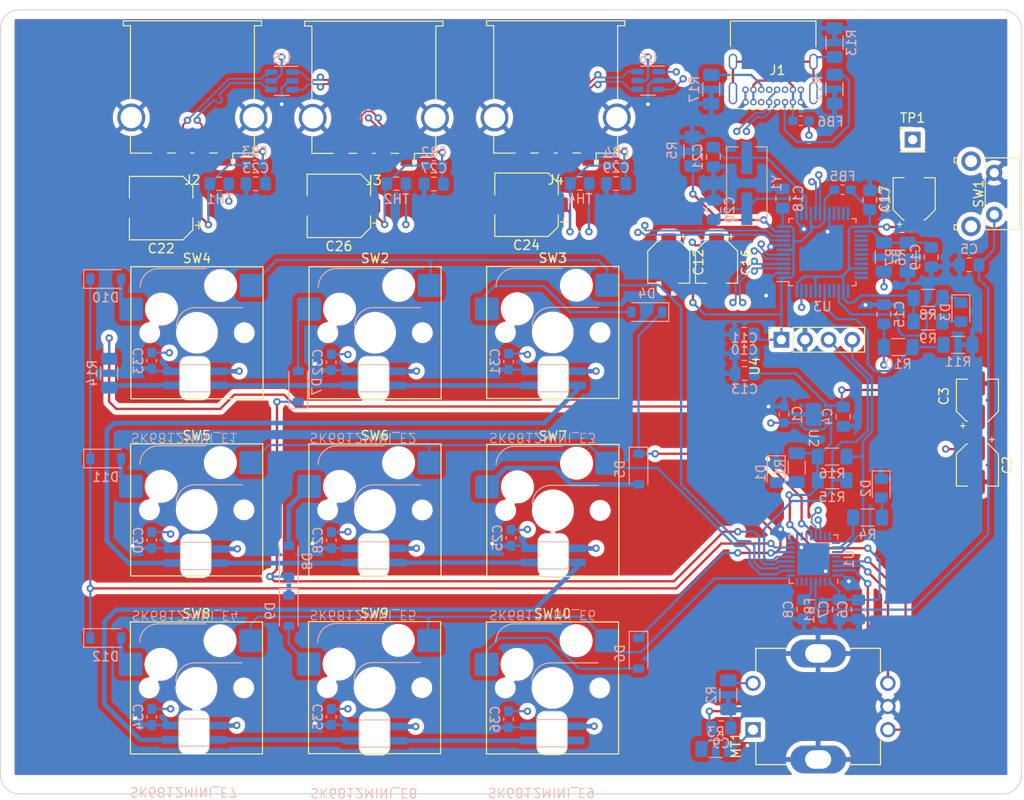
<source format=kicad_pcb>
(kicad_pcb (version 20221018) (generator pcbnew)
  (layers (0 "F.Cu" mixed) (1 "In1.Cu" power "GND") (2 "In2.Cu" power "+5V") (3 "In3.Cu" signal "SIG") (4 "In4.Cu" power "GND") (31 "B.Cu" mixed) (34 "B.Paste" user) (35 "F.Paste" user) (36 "B.SilkS" user "B.Silkscreen") (37 "F.SilkS" user "F.Silkscreen") (38 "B.Mask" user) (39 "F.Mask" user) (44 "Edge.Cuts" user))
  (net 0 "")
  (net 1 "+5V")
  (net 2 "GND")
  (net 3 "+3.3V")
  (net 4 "Net-(U1-NRST)")
  (net 5 "VDDA")
  (net 6 "Net-(U1-PH3)")
  (net 7 "DVDD")
  (net 8 "/USB/RESET")
  (net 9 "/USB/X1")
  (net 10 "/USB/X2")
  (net 11 "Net-(C22-Pad1)")
  (net 12 "Net-(J2-VBUS)")
  (net 13 "Net-(C24-Pad1)")
  (net 14 "Net-(C26-Pad1)")
  (net 15 "Net-(J3-VBUS)")
  (net 16 "Net-(J4-VBUS)")
  (net 17 "Net-(D1-A)")
  (net 18 "Net-(D2-A)")
  (net 19 "/USB/PGANG")
  (net 20 "Net-(D3-A)")
  (net 21 "COL 2")
  (net 22 "Net-(D5-A)")
  (net 23 "Net-(D6-A)")
  (net 24 "COL 1")
  (net 25 "Net-(D7-A)")
  (net 26 "Net-(D8-A)")
  (net 27 "Net-(D9-A)")
  (net 28 "COL 0")
  (net 29 "Net-(D10-A)")
  (net 30 "Net-(D11-A)")
  (net 31 "Net-(D12-A)")
  (net 32 "Net-(FB6-Pad1)")
  (net 33 "Net-(J1-CC1)")
  (net 35 "Net-(J1-CC2)")
  (net 37 "Net-(J1-SHIELD)")
  (net 38 "BOOT")
  (net 39 "Net-(MT1-Pad2)")
  (net 40 "Rotary_A")
  (net 41 "Rotary_B")
  (net 42 "Net-(U1-PB3)")
  (net 43 "Net-(U3-RREF)")
  (net 44 "/USB/OVERCUR1")
  (net 45 "LED")
  (net 46 "Net-(SK6812MINI_E1-DIN)")
  (net 47 "SCK")
  (net 48 "SDA")
  (net 49 "Net-(SK6812MINI_E1-DOUT)")
  (net 50 "Net-(SK6812MINI_E2-DOUT)")
  (net 51 "Net-(SK6812MINI_E3-DOUT)")
  (net 52 "Net-(SK6812MINI_E4-DOUT)")
  (net 53 "Net-(SK6812MINI_E5-DOUT)")
  (net 54 "Net-(SK6812MINI_E6-DOUT)")
  (net 55 "Net-(SK6812MINI_E7-DOUT)")
  (net 56 "Net-(SK6812MINI_E8-DOUT)")
  (net 58 "ROW 0")
  (net 59 "ROW 1")
  (net 60 "ROW 2")
  (net 92 "Net-(D4-A)")
  (net 93 "USBD_N")
  (net 94 "USBD_P")
  (net 95 "/USB/D_N1")
  (net 96 "/USB/D_P1")
  (net 97 "/USB/D_N2")
  (net 98 "/USB/D_P2")
  (net 99 "/USB/D_N3")
  (net 100 "/USB/D_P3")
  (footprint "PCM_Switch_Keyboard_Hotswap_Kailh:SW_Hotswap_Kailh_MX_1.00u" (layer "F.Cu") (at 77.957908 112.560837)
    (fp_text reference "SW8")
    (fp_text value "SW_DIP_x01")
  )
  (footprint "PCM_Switch_Keyboard_Hotswap_Kailh:SW_Hotswap_Kailh_MX_1.00u" (layer "F.Cu") (at 97.103888 112.530038)
    (fp_text reference "SW9")
    (fp_text value "SW_DIP_x01")
  )
  (footprint "PCM_Switch_Keyboard_Hotswap_Kailh:SW_Hotswap_Kailh_MX_1.00u" (layer "F.Cu") (at 78.015933 74.362629)
    (fp_text reference "SW4")
    (fp_text value "SW_DIP_x01")
  )
  (footprint "Capacitor_SMD:CP_Elec_4x5.8" (layer "F.Cu") (at 155.0955 59.9482 90)
    (fp_text reference "C17")
    (fp_text value "10uF")
  )
  (footprint "Rotary:XDCR_PEC11R-4215F-S0024" (layer "F.Cu") (at 144.78 114.554 90)
    (fp_text reference "MT1")
    (fp_text value "PEC11R-4215F-S0024")
  )
  (footprint "Connector_USB:USB_C_Receptacle_GCT_USB4085" (layer "F.Cu") (at 142.922 49.572 180)
    (fp_text reference "J1")
    (fp_text value "USB_C_Receptacle_USB2.0")
  )
  (footprint "Capacitor_SMD:CP_Elec_6.3x7.7" (layer "F.Cu") (at 74.168 60.96 180)
    (fp_text reference "C22")
    (fp_text value "100uF/10V")
  )
  (footprint "Capacitor_SMD:CP_Elec_4x5.4" (layer "F.Cu") (at 161.8996 81.6136 90)
    (fp_text reference "C3")
    (fp_text value "1uF")
  )
  (footprint "PCM_Switch_Keyboard_Hotswap_Kailh:SW_Hotswap_Kailh_MX_1.00u" (layer "F.Cu") (at 116.269498 93.471096)
    (fp_text reference "SW7")
    (fp_text value "SW_DIP_x01")
  )
  (footprint "Capacitor_SMD:CP_Elec_6.3x7.7" (layer "F.Cu") (at 93.268449 60.715997 180)
    (fp_text reference "C26")
    (fp_text value "100uF/10V")
  )
  (footprint "PCM_Switch_Keyboard_Hotswap_Kailh:SW_Hotswap_Kailh_MX_1.00u" (layer "F.Cu") (at 97.157945 74.359349)
    (fp_text reference "SW2")
    (fp_text value "SW_DIP_x01")
  )
  (footprint "Capacitor_SMD:CP_Elec_4x5.4" (layer "F.Cu") (at 133.858 66.7732 -90)
    (fp_text reference "C16")
    (fp_text value "1uF")
  )
  (footprint "Button_Switch_THT:SW_Tactile_SPST_Angled_PTS645Vx31-2LFS" (layer "F.Cu") (at 163.7055 57.161 -90)
    (fp_text reference "SW1")
    (fp_text value "SW_Push")
  )
  (footprint "PCM_Switch_Keyboard_Hotswap_Kailh:SW_Hotswap_Kailh_MX_1.00u" (layer "F.Cu") (at 116.228411 112.562624)
    (fp_text reference "SW10")
    (fp_text value "SW_DIP_x01")
  )
  (footprint "Capacitor_SMD:CP_Elec_4x5.4" (layer "F.Cu") (at 128.720976 66.7732 -90)
    (fp_text reference "C12")
    (fp_text value "1uF")
  )
  (footprint "Connector_USB:USB_A_TE_292303-7_Horizontal" (layer "F.Cu") (at 77.526 48.514 180)
    (fp_text reference "J2")
    (fp_text value "USB_A")
  )
  (footprint "PCM_Switch_Keyboard_Hotswap_Kailh:SW_Hotswap_Kailh_MX_1.00u" (layer "F.Cu") (at 116.254816 74.330575)
    (fp_text reference "SW3")
    (fp_text value "SW_DIP_x01")
  )
  (footprint "Connector_PinSocket_2.54mm:PinSocket_1x04_P2.54mm_Vertical" (layer "F.Cu") (at 140.8276 75.1082 90)
    (fp_text reference "U4")
    (fp_text value "~")
  )
  (footprint "Connector_USB:USB_A_TE_292303-7_Horizontal" (layer "F.Cu") (at 116.57 48.514 180)
    (fp_text reference "J4")
    (fp_text value "USB_A")
  )
  (footprint "PCM_Switch_Keyboard_Hotswap_Kailh:SW_Hotswap_Kailh_MX_1.00u" (layer "F.Cu") (at 77.985586 93.411284)
    (fp_text reference "SW5")
    (fp_text value "SW_DIP_x01")
  )
  (footprint "Capacitor_SMD:CP_Elec_4x5.4" (layer "F.Cu") (at 161.8996 88.5952 -90)
    (fp_text reference "C2")
    (fp_text value "1uF")
  )
  (footprint "PCM_Switch_Keyboard_Hotswap_Kailh:SW_Hotswap_Kailh_MX_1.00u" (layer "F.Cu") (at 97.144954 93.423789)
    (fp_text reference "SW6")
    (fp_text value "SW_DIP_x01")
  )
  (footprint "Capacitor_SMD:CP_Elec_6.3x7.7" (layer "F.Cu") (at 113.435397 60.595224 180)
    (fp_text reference "C24")
    (fp_text value "100uF/10V")
  )
  (footprint "Connector_USB:USB_A_TE_292303-7_Horizontal" (layer "F.Cu") (at 97.028 48.544 180)
    (fp_text reference "J3")
    (fp_text value "USB_A")
  )
  (footprint "Connector_PinHeader_2.54mm:PinHeader_1x01_P2.54mm_Vertical" (layer "F.Cu") (at 154.94 53.594)
    (fp_text reference "TP1")
    (fp_text value "TestPoint")
  )
  (footprint "Resistor_SMD:R_1206_3216Metric_Pad1.30x1.75mm_HandSolder" (layer "B.Cu") (at 156.5904 70.612)
    (fp_text reference "R8")
    (fp_text value "100k")
  )
  (footprint "Inductor_SMD:L_0603_1608Metric_Pad1.05x0.95mm_HandSolder" (layer "B.Cu") (at 103.485545 56.378334 180)
    (fp_text reference "FB2")
    (fp_text value "BLM18BA")
  )
  (footprint "Resistor_SMD:R_1206_3216Metric_Pad1.30x1.75mm_HandSolder" (layer "B.Cu") (at 146.534322 48.161142 -90)
    (fp_text reference "R12")
    (fp_text value "5.11k")
  )
  (footprint "Package_TO_SOT_SMD:SOT-23-6" (layer "B.Cu") (at 87.122 47.274 180)
    (fp_text reference "U5")
    (fp_text value "SRV05-4")
  )
  (footprint "Capacitor_SMD:C_0603_1608Metric_Pad1.08x0.95mm_HandSolder" (layer "B.Cu") (at 73.152 115.6705 -90)
    (fp_text reference "C34")
    (fp_text value "tbd")
  )
  (footprint "Capacitor_SMD:C_0603_1608Metric_Pad1.08x0.95mm_HandSolder" (layer "B.Cu") (at 92.445238 77.526879 -90)
    (fp_text reference "C32")
    (fp_text value "tbd")
  )
  (footprint "SK6812MINI_E_Rev:SK6812_Mini" (layer "B.Cu") (at 95.3516 96.842502)
    (fp_text reference "SK6812MINI_E5")
    (fp_text value "~")
    (fp_line (start 0 0) (end 0 2.921) (stroke (width 0.05)) (layer "Edge.Cuts"))
    (fp_line (start 0.889 3.81) (end 2.4638 3.81) (stroke (width 0.05)) (layer "Edge.Cuts"))
    (fp_line (start 2.415326 -0.899005) (end 0.840526 -0.899005) (stroke (width 0.05)) (layer "Edge.Cuts"))
    (fp_line (start 3.302 2.921) (end 3.302 0) (stroke (width 0.05)) (layer "Edge.Cuts"))
    (fp_arc (start 0.000876 -0.010005) (mid 0.243973 -0.621422) (end 0.840526 -0.899005) (stroke (width 0.05)) (layer "Edge.Cuts"))
    (fp_arc (start 0.889 3.81) (mid 0.260382 3.549618) (end 0 2.921) (stroke (width 0.05)) (layer "Edge.Cuts"))
    (fp_arc (start 2.415326 -0.899005) (mid 3.043945 -0.638624) (end 3.304326 -0.010005) (stroke (width 0.05)) (layer "Edge.Cuts"))
    (fp_arc (start 3.30345 2.921) (mid 3.060355 3.532419) (end 2.4638 3.81) (stroke (width 0.05)) (layer "Edge.Cuts"))
  )
  (footprint "Capacitor_SMD:C_0805_2012Metric_Pad1.18x1.45mm_HandSolder" (layer "B.Cu") (at 84.3345 58.343957 180)
    (fp_text reference "C23")
    (fp_text value "0.1uF/10V")
  )
  (footprint "SK6812MINI_E_Rev:SK6812_Mini" (layer "B.Cu") (at 114.522206 115.966853)
    (fp_text reference "SK6812MINI_E9")
    (fp_text value "~")
    (fp_line (start 0 0) (end 0 2.921) (stroke (width 0.05)) (layer "Edge.Cuts"))
    (fp_line (start 0.889 3.81) (end 2.4638 3.81) (stroke (width 0.05)) (layer "Edge.Cuts"))
    (fp_line (start 2.415326 -0.899005) (end 0.840526 -0.899005) (stroke (width 0.05)) (layer "Edge.Cuts"))
    (fp_line (start 3.302 2.921) (end 3.302 0) (stroke (width 0.05)) (layer "Edge.Cuts"))
    (fp_arc (start 0.000876 -0.010005) (mid 0.243973 -0.621422) (end 0.840526 -0.899005) (stroke (width 0.05)) (layer "Edge.Cuts"))
    (fp_arc (start 0.889 3.81) (mid 0.260382 3.549618) (end 0 2.921) (stroke (width 0.05)) (layer "Edge.Cuts"))
    (fp_arc (start 2.415326 -0.899005) (mid 3.043945 -0.638624) (end 3.304326 -0.010005) (stroke (width 0.05)) (layer "Edge.Cuts"))
    (fp_arc (start 3.30345 2.921) (mid 3.060355 3.532419) (end 2.4638 3.81) (stroke (width 0.05)) (layer "Edge.Cuts"))
  )
  (footprint "Inductor_SMD:L_0603_1608Metric_Pad1.05x0.95mm_HandSolder" (layer "B.Cu") (at 142.916485 51.562)
    (fp_text reference "FB6")
    (fp_text value "BLM18BA")
  )
  (footprint "Resistor_SMD:R_1206_3216Metric_Pad1.30x1.75mm_HandSolder" (layer "B.Cu") (at 142.474382 88.874 -90)
    (fp_text reference "R1")
    (fp_text value "510")
  )
  (footprint "Capacitor_SMD:C_0805_2012Metric_Pad1.18x1.45mm_HandSolder" (layer "B.Cu") (at 123.060674 58.317811 180)
    (fp_text reference "C29")
    (fp_text value "0.1uF/10V")
  )
  (footprint "Capacitor_SMD:C_0805_2012Metric_Pad1.18x1.45mm_HandSolder" (layer "B.Cu") (at 161.0145 67.056 180)
    (fp_text reference "C5")
    (fp_text value "100nF")
  )
  (footprint "Capacitor_SMD:C_0603_1608Metric_Pad1.08x0.95mm_HandSolder" (layer "B.Cu") (at 73.152 96.6735 -90)
    (fp_text reference "C30")
    (fp_text value "tbd")
  )
  (footprint "Package_TO_SOT_SMD:SOT-23-6" (layer "B.Cu") (at 126.492 47.244 180)
    (fp_text reference "U6")
    (fp_text value "SRV05-4")
  )
  (footprint "Capacitor_SMD:C_0603_1608Metric_Pad1.08x0.95mm_HandSolder" (layer "B.Cu") (at 92.456 96.6735 -90)
    (fp_text reference "C28")
    (fp_text value "tbd")
  )
  (footprint "custom:LD39050_DFN6" (layer "B.Cu") (at 144.294247 83.150246 90)
    (fp_text reference "U2")
    (fp_text value "LD39050PU33R")
  )
  (footprint "Fuse:Fuse_0805_2012Metric_Pad1.15x1.40mm_HandSolder" (layer "B.Cu") (at 80.410202 58.339317)
    (fp_text reference "TH1")
    (fp_text value "500mA/6V")
  )
  (footprint "Fuse:Fuse_0805_2012Metric_Pad1.15x1.40mm_HandSolder" (layer "B.Cu") (at 99.454597 58.333014)
    (fp_text reference "TH2")
    (fp_text value "500mA/6V")
  )
  (footprint "Capacitor_SMD:C_0603_1608Metric_Pad1.08x0.95mm_HandSolder" (layer "B.Cu") (at 111.76 96.4195 -90)
    (fp_text reference "C25")
    (fp_text value "tbd")
  )
  (footprint "Capacitor_SMD:C_0805_2012Metric_Pad1.18x1.45mm_HandSolder" (layer "B.Cu") (at 140.973576 59.919163 90)
    (fp_text reference "C18")
    (fp_text value "0.1uF")
  )
  (footprint "Inductor_SMD:L_0603_1608Metric_Pad1.05x0.95mm_HandSolder" (layer "B.Cu") (at 84.215 56.311957 180)
    (fp_text reference "FB3")
    (fp_text value "BLM18BA")
  )
  (footprint "Capacitor_SMD:C_0603_1608Metric_Pad1.08x0.95mm_HandSolder" (layer "B.Cu") (at 92.456 115.6705 -90)
    (fp_text reference "C35")
    (fp_text value "tbd")
  )
  (footprint "SK6812MINI_E_Rev:SK6812_Mini" (layer "B.Cu") (at 114.6556 77.792502)
    (fp_text reference "SK6812MINI_E3")
    (fp_text value "~")
    (fp_line (start 0 0) (end 0 2.921) (stroke (width 0.05)) (layer "Edge.Cuts"))
    (fp_line (start 0.889 3.81) (end 2.4638 3.81) (stroke (width 0.05)) (layer "Edge.Cuts"))
    (fp_line (start 2.415326 -0.899005) (end 0.840526 -0.899005) (stroke (width 0.05)) (layer "Edge.Cuts"))
    (fp_line (start 3.302 2.921) (end 3.302 0) (stroke (width 0.05)) (layer "Edge.Cuts"))
    (fp_arc (start 0.000876 -0.010005) (mid 0.243973 -0.621422) (end 0.840526 -0.899005) (stroke (width 0.05)) (layer "Edge.Cuts"))
    (fp_arc (start 0.889 3.81) (mid 0.260382 3.549618) (end 0 2.921) (stroke (width 0.05)) (layer "Edge.Cuts"))
    (fp_arc (start 2.415326 -0.899005) (mid 3.043945 -0.638624) (end 3.304326 -0.010005) (stroke (width 0.05)) (layer "Edge.Cuts"))
    (fp_arc (start 3.30345 2.921) (mid 3.060355 3.532419) (end 2.4638 3.81) (stroke (width 0.05)) (layer "Edge.Cuts"))
  )
  (footprint "Capacitor_SMD:C_0805_2012Metric_Pad1.18x1.45mm_HandSolder" (layer "B.Cu") (at 151.8449 72.371954 90)
    (fp_text reference "C15")
    (fp_text value "0.1uF")
  )
  (footprint "Capacitor_SMD:C_0603_1608Metric_Pad1.08x0.95mm_HandSolder" (layer "B.Cu") (at 111.506 115.9245 -90)
    (fp_text reference "C36")
    (fp_text value "tbd")
  )
  (footprint "SK6812MINI_E_Rev:SK6812_Mini" (layer "B.Cu") (at 114.6556 96.842503)
    (fp_text reference "SK6812MINI_E6")
    (fp_text value "~")
    (fp_line (start 0 0) (end 0 2.921) (stroke (width 0.05)) (layer "Edge.Cuts"))
    (fp_line (start 0.889 3.81) (end 2.4638 3.81) (stroke (width 0.05)) (layer "Edge.Cuts"))
    (fp_line (start 2.415326 -0.899005) (end 0.840526 -0.899005) (stroke (width 0.05)) (layer "Edge.Cuts"))
    (fp_line (start 3.302 2.921) (end 3.302 0) (stroke (width 0.05)) (layer "Edge.Cuts"))
    (fp_arc (start 0.000876 -0.010005) (mid 0.243973 -0.621422) (end 0.840526 -0.899005) (stroke (width 0.05)) (layer "Edge.Cuts"))
    (fp_arc (start 0.889 3.81) (mid 0.260382 3.549618) (end 0 2.921) (stroke (width 0.05)) (layer "Edge.Cuts"))
    (fp_arc (start 2.415326 -0.899005) (mid 3.043945 -0.638624) (end 3.304326 -0.010005) (stroke (width 0.05)) (layer "Edge.Cuts"))
    (fp_arc (start 3.30345 2.921) (mid 3.060355 3.532419) (end 2.4638 3.81) (stroke (width 0.05)) (layer "Edge.Cuts"))
  )
  (footprint "Diode_SMD:D_SOD-123" (layer "B.Cu") (at 68.198 68.58)
    (fp_text reference "D10")
    (fp_text value "D_Small")
  )
  (footprint "Capacitor_SMD:C_0805_2012Metric_Pad1.18x1.45mm_HandSolder" (layer "B.Cu") (at 133.523778 55.450146 -90)
    (fp_text reference "C21")
    (fp_text value "20pF")
  )
  (footprint "Package_QFP:LQFP-48_7x7mm_P0.5mm" (layer "B.Cu") (at 145.2372 65.6964)
    (fp_text reference "U3")
    (fp_text value "~")
  )
  (footprint "Inductor_SMD:L_0603_1608Metric_Pad1.05x0.95mm_HandSolder" (layer "B.Cu") (at 123.077 56.388 180)
    (fp_text reference "FB4")
    (fp_text value "BLM18BA")
  )
  (footprint "Capacitor_SMD:C_0805_2012Metric_Pad1.18x1.45mm_HandSolder" (layer "B.Cu") (at 136.844501 74.525183)
    (fp_text reference "C10")
    (fp_text value "0.1uF")
  )
  (footprint "Capacitor_SMD:C_0603_1608Metric_Pad1.08x0.95mm_HandSolder" (layer "B.Cu") (at 111.506 77.47 -90)
    (fp_text reference "C31")
    (fp_text value "tbd")
  )
  (footprint "Inductor_SMD:L_0603_1608Metric_Pad1.05x0.95mm_HandSolder" (layer "B.Cu") (at 141.119247 83.164246 90)
    (fp_text reference "C1")
    (fp_text value "100nF")
  )
  (footprint "Capacitor_SMD:C_0805_2012Metric_Pad1.18x1.45mm_HandSolder" (layer "B.Cu") (at 149.098 104.1185 -90)
    (fp_text reference "C6")
    (fp_text value "100nF")
  )
  (footprint "Resistor_SMD:R_1206_3216Metric_Pad1.30x1.75mm_HandSolder" (layer "B.Cu") (at 133.289075 48.18126 -90)
    (fp_text reference "R17")
    (fp_text value "5.11k")
  )
  (footprint "Resistor_SMD:R_1206_3216Metric_Pad1.30x1.75mm_HandSolder" (layer "B.Cu") (at 150.088 94.234)
    (fp_text reference "R4")
    (fp_text value "510")
  )
  (footprint "Fuse:Fuse_0805_2012Metric_Pad1.15x1.40mm_HandSolder" (layer "B.Cu") (at 119.159033 58.304602)
    (fp_text reference "TH4")
    (fp_text value "500mA/6V")
  )
  (footprint "Resistor_SMD:R_1206_3216Metric_Pad1.30x1.75mm_HandSolder" (layer "B.Cu") (at 146.2792 87.6808)
    (fp_text reference "R16")
    (fp_text value "4.7k")
  )
  (footprint "Diode_SMD:D_SOD-123" (layer "B.Cu") (at 125.476 89.026 -90)
    (fp_text reference "D5")
    (fp_text value "D_Small")
  )
  (footprint "Resistor_SMD:R_1206_3216Metric_Pad1.30x1.75mm_HandSolder" (layer "B.Cu") (at 156.5904 73.152)
    (fp_text reference "R9")
    (fp_text value "470")
  )
  (footprint "LED_SMD:LED_0805_2012Metric_Pad1.15x1.40mm_HandSolder" (layer "B.Cu") (at 160.1204 72.145 -90)
    (fp_text reference "D3")
    (fp_text value "LED")
  )
  (footprint "SK6812MINI_E_Rev:SK6812_Mini" (layer "B.Cu") (at 76.0476 115.892502)
    (fp_text reference "SK6812MINI_E7")
    (fp_text value "~")
    (fp_line (start 0 0) (end 0 2.921) (stroke (width 0.05)) (layer "Edge.Cuts"))
    (fp_line (start 0.889 3.81) (end 2.4638 3.81) (stroke (width 0.05)) (layer "Edge.Cuts"))
    (fp_line (start 2.415326 -0.899005) (end 0.840526 -0.899005) (stroke (width 0.05)) (layer "Edge.Cuts"))
    (fp_line (start 3.302 2.921) (end 3.302 0) (stroke (width 0.05)) (layer "Edge.Cuts"))
    (fp_arc (start 0.000876 -0.010005) (mid 0.243973 -0.621422) (end 0.840526 -0.899005) (stroke (width 0.05)) (layer "Edge.Cuts"))
    (fp_arc (start 0.889 3.81) (mid 0.260382 3.549618) (end 0 2.921) (stroke (width 0.05)) (layer "Edge.Cuts"))
    (fp_arc (start 2.415326 -0.899005) (mid 3.043945 -0.638624) (end 3.304326 -0.010005) (stroke (width 0.05)) (layer "Edge.Cuts"))
    (fp_arc (start 3.30345 2.921) (mid 3.060355 3.532419) (end 2.4638 3.81) (stroke (width 0.05)) (layer "Edge.Cuts"))
  )
  (footprint "Resistor_SMD:R_1206_3216Metric_Pad1.30x1.75mm_HandSolder" (layer "B.Cu") (at 151.8443 66.2304 90)
    (fp_text reference "R6")
    (fp_text value "10k")
  )
  (footprint "Capacitor_SMD:C_0805_2012Metric_Pad1.18x1.45mm_HandSolder" (layer "B.Cu") (at 147.469247 83.382746 -90)
    (fp_text reference "C4")
    (fp_text value "100nF")
  )
  (footprint "Resistor_SMD:R_1206_3216Metric_Pad1.30x1.75mm_HandSolder" (layer "B.Cu") (at 131.2672 54.864 -90)
    (fp_text reference "R5")
    (fp_text value "680")
  )
  (footprint "Resistor_SMD:R_1206_3216Metric_Pad1.30x1.75mm_HandSolder" (layer "B.Cu") (at 135.128 113.31 -90)
    (fp_text reference "R2")
    (fp_text value "10k")
  )
  (footprint "Capacitor_SMD:C_0603_1608Metric_Pad1.08x0.95mm_HandSolder" (layer "B.Cu") (at 73.152 77.3695 -90)
    (fp_text reference "C33")
    (fp_text value "tbd")
  )
  (footprint "Capacitor_SMD:C_0805_2012Metric_Pad1.18x1.45mm_HandSolder" (layer "B.Cu") (at 103.475189 58.365231 180)
    (fp_text reference "C27")
    (fp_text value "0.1uF/10V")
  )
  (footprint "Diode_SMD:D_SOD-123" (layer "B.Cu") (at 68.198 87.884)
    (fp_text reference "D11")
    (fp_text value "D_Small")
  )
  (footprint "SK6812MINI_E_Rev:SK6812_Mini" (layer "B.Cu") (at 76.147131 77.792502)
    (fp_text reference "SK6812MINI_E1")
    (fp_text value "~")
    (fp_line (start 0 0) (end 0 2.921) (stroke (width 0.05)) (layer "Edge.Cuts"))
    (fp_line (start 0.889 3.81) (end 2.4638 3.81) (stroke (width 0.05)) (layer "Edge.Cuts"))
    (fp_line (start 2.415326 -0.899005) (end 0.840526 -0.899005) (stroke (width 0.05)) (layer "Edge.Cuts"))
    (fp_line (start 3.302 2.921) (end 3.302 0) (stroke (width 0.05)) (layer "Edge.Cuts"))
    (fp_arc (start 0.000876 -0.010005) (mid 0.243973 -0.621422) (end 0.840526 -0.899005) (stroke (width 0.05)) (layer "Edge.Cuts"))
    (fp_arc (start 0.889 3.81) (mid 0.260382 3.549618) (end 0 2.921) (stroke (width 0.05)) (layer "Edge.Cuts"))
    (fp_arc (start 2.415326 -0.899005) (mid 3.043945 -0.638624) (end 3.304326 -0.010005) (stroke (width 0.05)) (layer "Edge.Cuts"))
    (fp_arc (start 3.30345 2.921) (mid 3.060355 3.532419) (end 2.4638 3.81) (stroke (width 0.05)) (layer "Edge.Cuts"))
  )
  (footprint "Diode_SMD:D_SOD-123" (layer "B.Cu") (at 87.884 104.266 -90)
    (fp_text reference "D9")
    (fp_text value "D_Small")
  )
  (footprint "Package_DFN_QFN:QFN-32-1EP_5x5mm_P0.5mm_EP3.45x3.45mm" (layer "B.Cu") (at 144.272 98.7044 90)
    (fp_text reference "U1")
    (fp_text value "STM32L432KCUx")
  )
  (footprint "Resistor_SMD:R_1206_3216Metric_Pad1.30x1.75mm_HandSolder" (layer "B.Cu") (at 146.539242 43.166316 90)
    (fp_text reference "R13")
    (fp_text value "1M")
  )
  (footprint "SK6812MINI_E_Rev:SK6812_Mini" (layer "B.Cu") (at 76.237169 96.902151)
    (fp_text reference "SK6812MINI_E4")
    (fp_text value "~")
    (fp_line (start 0 0) (end 0 2.921) (stroke (width 0.05)) (layer "Edge.Cuts"))
    (fp_line (start 0.889 3.81) (end 2.4638 3.81) (stroke (width 0.05)) (layer "Edge.Cuts"))
    (fp_line (start 2.415326 -0.899005) (end 0.840526 -0.899005) (stroke (width 0.05)) (layer "Edge.Cuts"))
    (fp_line (start 3.302 2.921) (end 3.302 0) (stroke (width 0.05)) (layer "Edge.Cuts"))
    (fp_arc (start 0.000876 -0.010005) (mid 0.243973 -0.621422) (end 0.840526 -0.899005) (stroke (width 0.05)) (layer "Edge.Cuts"))
    (fp_arc (start 0.889 3.81) (mid 0.260382 3.549618) (end 0 2.921) (stroke (width 0.05)) (layer "Edge.Cuts"))
    (fp_arc (start 2.415326 -0.899005) (mid 3.043945 -0.638624) (end 3.304326 -0.010005) (stroke (width 0.05)) (layer "Edge.Cuts"))
    (fp_arc (start 3.30345 2.921) (mid 3.060355 3.532419) (end 2.4638 3.81) (stroke (width 0.05)) (layer "Edge.Cuts"))
  )
  (footprint "Diode_SMD:D_SOD-123" (layer "B.Cu") (at 87.884 98.934 90)
    (fp_text reference "D8")
    (fp_text value "D_Small")
  )
  (footprint "Capacitor_SMD:C_0805_2012Metric_Pad1.18x1.45mm_HandSolder" (layer "B.Cu") (at 136.8845 78.74)
    (fp_text reference "C13")
    (fp_text value "0.1uF")
  )
  (footprint "LED_SMD:LED_0805_2012Metric_Pad1.15x1.40mm_HandSolder" (layer "B.Cu") (at 140.274051 89.458848 -90)
    (fp_text reference "D1")
    (fp_text value "LED")
  )
  (footprint "Capacitor_SMD:C_0805_2012Metric_Pad1.18x1.45mm_HandSolder" (layer "B.Cu") (at 150.3203 60.0869 90)
    (fp_text reference "C14")
    (fp_text value "0.1uF")
  )
  (footprint "Capacitor_SMD:C_0805_2012Metric_Pad1.18x1.45mm_HandSolder" (layer "B.Cu") (at 143.256 104.1185 -90)
    (fp_text reference "C8")
    (fp_text value "100nF")
  )
  (footprint "Capacitor_SMD:C_0805_2012Metric_Pad1.18x1.45mm_HandSolder" (layer "B.Cu") (at 136.8415 76.6064 180)
    (fp_text reference "C11")
    (fp_text value "0.1uF")
  )
  (footprint "Diode_SMD:D_SOD-123" (layer "B.Cu") (at 88.9 80.138 90)
    (fp_text reference "D7")
    (fp_text value "D_Small")
  )
  (footprint "Diode_SMD:D_SOD-123" (layer "B.Cu") (at 125.476 108.838 -90)
    (fp_text reference "D6")
    (fp_text value "D_Small")
  )
  (footprint "Resistor_SMD:R_1206_3216Metric_Pad1.30x1.75mm_HandSolder" (layer "B.Cu") (at 153.39 75.902388)
    (fp_text reference "R10")
    (fp_text value "10k")
  )
  (footprint "Crystal:Crystal_SMD_ECS_CSM3X-2Pin_7.6x4.1mm" (layer "B.Cu") (at 137.1123 58.2864 90)
    (fp_text reference "Y1")
    (fp_text value "12MHz")
  )
  (footprint "Resistor_SMD:R_1206_3216Metric_Pad1.30x1.75mm_HandSolder" (layer "B.Cu") (at 146.2792 90.2208)
    (fp_text reference "R15")
    (fp_text value "4.7k")
  )
  (footprint "Inductor_SMD:L_0603_1608Metric_Pad1.05x0.95mm_HandSolder" (layer "B.Cu") (at 147.404598 58.981056 180)
    (fp_text reference "FB5")
    (fp_text value "BLM18BA")
  )
  (footprint "Resistor_SMD:R_1206_3216Metric_Pad1.30x1.75mm_HandSolder" (layer "B.Cu") (at 154.3843 66.2304 -90)
    (fp_text reference "R7")
    (fp_text value "47k")
  )
  (footprint "LED_SMD:LED_0805_2012Metric_Pad1.15x1.40mm_HandSolder" (layer "B.Cu") (at 151.555049 91.081949 -90)
    (fp_text reference "D2")
    (fp_text value "LED")
  )
  (footprint "Resistor_SMD:R_1206_3216Metric_Pad1.30x1.75mm_HandSolder" (layer "B.Cu") (at 68.58 78.714 -90)
    (fp_text reference "R14")
    (fp_text value "500")
  )
  (footprint "Inductor_SMD:L_0603_1608Metric_Pad1.05x0.95mm_HandSolder" (layer "B.Cu") (at 145.288 104.253 -90)
    (fp_text reference "FB1")
    (fp_text value "BLM18BA")
  )
  (footprint "SK6812MINI_E_Rev:SK6812_Mini" (layer "B.Cu") (at 95.446742 116.001039)
    (fp_text reference "SK6812MINI_E8")
    (fp_text value "~")
    (fp_line (start 0 0) (end 0 2.921) (stroke (width 0.05)) (layer "Edge.Cuts"))
    (fp_line (start 0.889 3.81) (end 2.4638 3.81) (stroke (width 0.05)) (layer "Edge.Cuts"))
    (fp_line (start 2.415326 -0.899005) (end 0.840526 -0.899005) (stroke (width 0.05)) (layer "Edge.Cuts"))
    (fp_line (start 3.302 2.921) (end 3.302 0) (stroke (width 0.05)) (layer "Edge.Cuts"))
    (fp_arc (start 0.000876 -0.010005) (mid 0.243973 -0.621422) (end 0.840526 -0.899005) (stroke (width 0.05)) (layer "Edge.Cuts"))
    (fp_arc (start 0.889 3.81) (mid 0.260382 3.549618) (end 0 2.921) (stroke (width 0.05)) (layer "Edge.Cuts"))
    (fp_arc (start 2.415326 -0.899005) (mid 3.043945 -0.638624) (end 3.304326 -0.010005) (stroke (width 0.05)) (layer "Edge.Cuts"))
    (fp_arc (start 3.30345 2.921) (mid 3.060355 3.532419) (end 2.4638 3.81) (stroke (width 0.05)) (layer "Edge.Cuts"))
  )
  (footprint "Diode_SMD:D_SOD-123" (layer "B.Cu") (at 68.198 107.188)
    (fp_text reference "D12")
    (fp_text value "D_Small")
  )
  (footprint "Capacitor_SMD:C_0805_2012Metric_Pad1.18x1.45mm_HandSolder" (layer "B.Cu") (at 133.568715 61.148144 90)
    (fp_text reference "C20")
    (fp_text value "20pF")
  )
  (footprint "Capacitor_SMD:C_0805_2012Metric_Pad1.18x1.45mm_HandSolder" (layer "B.Cu") (at 156.9243 66.2259 -90)
    (fp_text reference "C19")
    (fp_text value "0.1uF")
  )
  (footprint "Resistor_SMD:R_1206_3216Metric_Pad1.30x1.75mm_HandSolder" (layer "B.Cu") (at 133.768518 119.118033 180)
    (fp_text reference "R3")
    (fp_text value "10k")
  )
  (footprint "Capacitor_SMD:C_0805_2012Metric_Pad1.18x1.45mm_HandSolder" (layer "B.Cu") (at 147.066 104.1185 -90)
    (fp_text reference "C7")
    (fp_text value "100nF")
  )
  (footprint "Capacitor_SMD:C_0805_2012Metric_Pad1.18x1.45mm_HandSolder" (layer "B.Cu") (at 134.353882 116.83879)
    (fp_text reference "C9")
    (fp_text value "0.1uF")
  )
  (footprint "Resistor_SMD:R_1206_3216Metric_Pad1.30x1.75mm_HandSolder" (layer "B.Cu") (at 159.814293 75.6674)
    (fp_text reference "R11")
    (fp_text value "20k")
  )
  (footprint "SK6812MINI_E_Rev:SK6812_Mini" (layer "B.Cu") (at 95.3516 77.792502)
    (fp_text reference "SK6812MINI_E2")
    (fp_text value "~")
    (fp_line (start 0 0) (end 0 2.921) (stroke (width 0.05)) (layer "Edge.Cuts"))
    (fp_line (start 0.889 3.81) (end 2.4638 3.81) (stroke (width 0.05)) (layer "Edge.Cuts"))
    (fp_line (start 2.415326 -0.899005) (end 0.840526 -0.899005) (stroke (width 0.05)) (layer "Edge.Cuts"))
    (fp_line (start 3.302 2.921) (end 3.302 0) (stroke (width 0.05)) (layer "Edge.Cuts"))
    (fp_arc (start 0.000876 -0.010005) (mid 0.243973 -0.621422) (end 0.840526 -0.899005) (stroke (width 0.05)) (layer "Edge.Cuts"))
    (fp_arc (start 0.889 3.81) (mid 0.260382 3.549618) (end 0 2.921) (stroke (width 0.05)) (layer "Edge.Cuts"))
    (fp_arc (start 2.415326 -0.899005) (mid 3.043945 -0.638624) (end 3.304326 -0.010005) (stroke (width 0.05)) (layer "Edge.Cuts"))
    (fp_arc (start 3.30345 2.921) (mid 3.060355 3.532419) (end 2.4638 3.81) (stroke (width 0.05)) (layer "Edge.Cuts"))
  )
  (footprint "Diode_SMD:D_SOD-123" (layer "B.Cu") (at 126.366 72.136 180)
    (fp_text reference "D4")
    (fp_text value "D_Small")
  )
  (gr_arc (start 56.896 41.656) (mid 57.491159 40.219159) (end 58.928 39.624) (stroke (width 0.1)) (layer "Edge.Cuts"))
  (gr_line (start 56.896 41.656) (end 56.896 121.92) (stroke (width 0.1)) (layer "Edge.Cuts"))
  (gr_arc (start 166.624 121.92) (mid 166.028841 123.356841) (end 164.592 123.952) (stroke (width 0.1)) (layer "Edge.Cuts"))
  (gr_line (start 166.624 41.656) (end 166.624 121.92) (stroke (width 0.1)) (layer "Edge.Cuts"))
  (gr_line (start 58.928 39.624) (end 164.592 39.624) (stroke (width 0.1)) (layer "Edge.Cuts"))
  (gr_line (start 58.928 123.952) (end 164.592 123.952) (stroke (width 0.1)) (layer "Edge.Cuts"))
  (gr_arc (start 164.592 39.624) (mid 166.028841 40.219159) (end 166.624 41.656) (stroke (width 0.1)) (layer "Edge.Cuts"))
  (gr_arc (start 58.928 123.952) (mid 57.491159 123.356841) (end 56.896 121.92) (stroke (width 0.1)) (layer "Edge.Cuts"))
  (segment (start 131.587865 64.9732) (end 131.250891 64.636226) (width 0.25) (layer "F.Cu") (net 1))
  (segment (start 161.8268 86.868) (end 158.496 86.868) (width 0.25) (layer "F.Cu") (net 1))
  (segment (start 133.858 64.9732) (end 131.587865 64.9732) (width 0.25) (layer "F.Cu") (net 1))
  (segment (start 161.8996 86.7952) (end 161.8268 86.868) (width 0.25) (layer "F.Cu") (net 1))
  (via (at 151.839426 77.82967) (size 0.8) (drill 0.4) (layers "F.Cu" "B.Cu") (net 1))
  (via (at 94.234 76.708) (size 0.8) (drill 0.4) (layers "F.Cu" "B.Cu") (net 1))
  (via (at 143.796307 53.122607) (size 0.8) (drill 0.4) (layers "F.Cu" "B.Cu") (net 1))
  (via (at 100.471675 62.720264) (size 0.8) (drill 0.4) (layers "F.Cu" "B.Cu") (net 1))
  (via (at 113.538 115.062) (size 0.8) (drill 0.4) (layers "F.Cu" "B.Cu") (net 1))
  (via (at 120.904 78.486) (size 0.8) (drill 0.4) (layers "F.Cu" "B.Cu") (net 1))
  (via (at 151.861751 69.418026) (size 0.8) (drill 0.4) (layers "F.Cu" "B.Cu") (net 1))
  (via (at 120.142 63.5) (size 0.8) (drill 0.4) (layers "F.Cu" "B.Cu") (net 1))
  (via (at 82.35449 97.600049) (size 0.8) (drill 0.4) (layers "F.Cu" "B.Cu") (net 1))
  (via (at 75.184 114.808) (size 0.8) (drill 0.4) (layers "F.Cu" "B.Cu") (net 1))
  (via (at 81.436401 60.205882) (size 0.8) (drill 0.4) (layers "F.Cu" "B.Cu") (net 1))
  (via (at 101.6 97.536) (size 0.8) (drill 0.4) (layers "F.Cu" "B.Cu") (net 1))
  (via (at 75.184 96.012) (size 0.8) (drill 0.4) (layers "F.Cu" "B.Cu") (net 1))
  (via (at 139.7 84.074) (size 0.8) (drill 0.4) (layers "F.Cu" "B.Cu") (net 1))
  (via (at 158.496 86.868) (size 0.8) (drill 0.4) (layers "F.Cu" "B.Cu") (net 1))
  (via (at 101.6 78.486) (size 0.8) (drill 0.4) (layers "F.Cu" "B.Cu") (net 1))
  (via (at 143.002 71.628) (size 0.8) (drill 0.4) (layers "F.Cu" "B.Cu") (net 1))
  (via (at 101.52273 116.705714) (size 0.8) (drill 0.4) (layers "F.Cu" "B.Cu") (net 1))
  (via (at 113.538 76.708) (size 0.8) (drill 0.4) (layers "F.Cu" "B.Cu") (net 1))
  (via (at 120.697502 116.677217) (size 0.8) (drill 0.4) (layers "F.Cu" "B.Cu") (net 1))
  (via (at 94.234 114.808) (size 0.8) (drill 0.4) (layers "F.Cu" "B.Cu") (net 1))
  (via (at 120.904 97.536) (size 0.8) (drill 0.4) (layers "F.Cu" "B.Cu") (net 1))
  (via (at 126.492 44.704) (size 0.8) (drill 0.4) (layers "F.Cu" "B.Cu") (net 1))
  (via (at 75.047242 76.517667) (size 0.8) (drill 0.4) (layers "F.Cu" "B.Cu") (net 1))
  (via (at 82.296 116.586) (size 0.8) (drill 0.4) (layers "F.Cu" "B.Cu") (net 1))
  (via (at 131.250891 64.636226) (size 0.8) (drill 0.4) (layers "F.Cu" "B.Cu") (net 1))
  (via (at 113.538 95.504) (size 0.8) (drill 0.4) (layers "F.Cu" "B.Cu") (net 1))
  (via (at 87.122 44.704) (size 0.8) (drill 0.4) (layers "F.Cu" "B.Cu") (net 1))
  (via (at 94.234 95.758) (size 0.8) (drill 0.4) (layers "F.Cu" "B.Cu") (net 1))
  (via (at 82.55 78.486) (size 0.8) (drill 0.4) (layers "F.Cu" "B.Cu") (net 1))
  (segment (start 94.190379 76.664379) (end 94.234 76.708) (width 0.25) (layer "B.Cu") (net 1))
  (segment (start 120.142 58.346635) (end 120.142 63.5) (width 0.25) (layer "B.Cu") (net 1))
  (segment (start 82.278298 116.603702) (end 82.296 116.586) (width 0.5) (layer "B.Cu") (net 1))
  (segment (start 120.696666 116.678053) (end 120.697502 116.677217) (width 0.5) (layer "B.Cu") (net 1))
  (segment (start 101.516205 116.712239) (end 101.52273 116.705714) (width 0.5) (layer "B.Cu") (net 1))
  (segment (start 73.152 76.507) (end 75.036575 76.507) (width 0.25) (layer "B.Cu") (net 1))
  (segment (start 82.341188 97.613351) (end 82.35449 97.600049) (width 0.5) (layer "B.Cu") (net 1))
  (segment (start 100.479597 58.333014) (end 100.479597 62.712342) (width 0.25) (layer "B.Cu") (net 1))
  (segment (start 151.796507 75.858895) (end 151.84 75.902388) (width 0.25) (layer "B.Cu") (net 1))
  (segment (start 145.398754 84.725246) (end 145.594247 84.529753) (width 0.25) (layer "B.Cu") (net 1))
  (segment (start 101.582298 97.553702) (end 101.6 97.536) (width 0.5) (layer "B.Cu") (net 1))
  (segment (start 125.3545 47.244) (end 126.229249 47.244) (width 0.25) (layer "B.Cu") (net 1))
  (segment (start 142.9872 69.8589) (end 142.9872 71.6132) (width 0.25) (layer "B.Cu") (net 1))
  (segment (start 111.506 115.062) (end 113.538 115.062) (width 0.25) (layer "B.Cu") (net 1))
  (segment (start 92.456 114.808) (end 94.234 114.808) (width 0.25) (layer "B.Cu") (net 1))
  (segment (start 139.734754 84.039246) (end 139.7 84.074) (width 0.25) (layer "B.Cu") (net 1))
  (segment (start 82.532298 78.503702) (end 82.55 78.486) (width 0.5) (layer "B.Cu") (net 1))
  (segment (start 142.994247 84.332353) (end 143.38714 84.725246) (width 0.25) (layer "B.Cu") (net 1))
  (segment (start 85.9845 47.274) (end 86.368751 47.274) (width 0.25) (layer "B.Cu") (net 1))
  (segment (start 118.8974 78.503702) (end 120.886298 78.503702) (width 0.5) (layer "B.Cu") (net 1))
  (segment (start 113.485 95.557) (end 113.538 95.504) (width 0.25) (layer "B.Cu") (net 1))
  (segment (start 99.5934 78.503702) (end 101.582298 78.503702) (width 0.5) (layer "B.Cu") (net 1))
  (segment (start 141.119247 84.039246) (end 142.933247 84.039246) (width 0.25) (layer "B.Cu") (net 1))
  (segment (start 145.594247 84.529753) (end 145.594247 84.100246) (width 0.25) (layer "B.Cu") (net 1))
  (segment (start 143.38714 84.725246) (end 145.398754 84.725246) (width 0.25) (layer "B.Cu") (net 1))
  (segment (start 86.368751 47.274) (end 87.122 46.520751) (width 0.25) (layer "B.Cu") (net 1))
  (segment (start 151.84 73.414354) (end 151.8449 73.409454) (width 0.25) (layer "B.Cu") (net 1))
  (segment (start 143.791485 51.562) (end 143.791485 53.117785) (width 0.25) (layer "B.Cu") (net 1))
  (segment (start 111.76 95.557) (end 113.485 95.557) (width 0.25) (layer "B.Cu") (net 1))
  (segment (start 142.9872 71.6132) (end 143.002 71.628) (width 0.25) (layer "B.Cu") (net 1))
  (segment (start 151.84 75.902388) (end 151.84 73.414354) (width 0.25) (layer "B.Cu") (net 1))
  (segment (start 80.388931 78.503702) (end 82.532298 78.503702) (width 0.5) (layer "B.Cu") (net 1))
  (segment (start 120.184033 58.304602) (end 120.142 58.346635) (width 0.25) (layer "B.Cu") (net 1))
  (segment (start 94.181 95.811) (end 94.234 95.758) (width 0.25) (layer "B.Cu") (net 1))
  (segment (start 120.886298 78.503702) (end 120.904 78.486) (width 0.5) (layer "B.Cu") (net 1))
  (segment (start 126.229249 47.244) (end 126.492 46.981249) (width 0.25) (layer "B.Cu") (net 1))
  (segment (start 151.84 77.829096) (end 151.839426 77.82967) (width 0.25) (layer "B.Cu") (net 1))
  (segment (start 143.791485 53.117785) (end 143.796307 53.122607) (width 0.25) (layer "B.Cu") (net 1))
  (segment (start 80.2894 116.603702) (end 82.278298 116.603702) (width 0.5) (layer "B.Cu") (net 1))
  (segment (start 142.994247 84.100246) (end 142.994247 84.332353) (width 0.25) (layer "B.Cu") (net 1))
  (segment (start 151.8443 67.7804) (end 151.8443 69.400575) (width 0.25) (layer "B.Cu") (net 1))
  (segment (start 73.152 114.808) (end 75.184 114.808) (width 0.25) (layer "B.Cu") (net 1))
  (segment (start 99.5934 97.553702) (end 101.582298 97.553702) (width 0.5) (layer "B.Cu") (net 1))
  (segment (start 100.479597 62.712342) (end 100.471675 62.720264) (width 0.25) (layer "B.Cu") (net 1))
  (segment (start 99.688542 116.712239) (end 101.516205 116.712239) (width 0.5) (layer "B.Cu") (net 1))
  (segment (start 73.152 95.811) (end 74.983 95.811) (width 0.25) (layer "B.Cu") (net 1))
  (segment (start 118.764006 116.678053) (end 120.696666 116.678053) (width 0.5) (layer "B.Cu") (net 1))
  (segment (start 75.036575 76.507) (end 75.047242 76.517667) (width 0.25) (layer "B.Cu") (net 1))
  (segment (start 142.933247 84.039246) (end 142.994247 84.100246) (width 0.25) (layer "B.Cu") (net 1))
  (segment (start 151.84 75.902388) (end 151.84 77.829096) (width 0.25) (layer "B.Cu") (net 1))
  (segment (start 92.456 95.811) (end 94.181 95.811) (width 0.25) (layer "B.Cu") (net 1))
  (segment (start 81.435202 60.204683) (end 81.436401 60.205882) (width 0.25) (layer "B.Cu") (net 1))
  (segment (start 120.886297 97.553703) (end 120.904 97.536) (width 0.5) (layer "B.Cu") (net 1))
  (segment (start 74.983 95.811) (end 75.184 96.012) (width 0.25) (layer "B.Cu") (net 1))
  (segment (start 81.435202 58.339317) (end 81.435202 60.204683) (width 0.25) (layer "B.Cu") (net 1))
  (segment (start 80.478969 97.613351) (end 82.341188 97.613351) (width 0.5) (layer "B.Cu") (net 1))
  (segment (start 113.4375 76.6075) (end 113.538 76.708) (width 0.25) (layer "B.Cu") (net 1))
  (segment (start 101.582298 78.503702) (end 101.6 78.486) (width 0.5) (layer "B.Cu") (net 1))
  (segment (start 151.8443 69.400575) (end 151.861751 69.418026) (width 0.25) (layer "B.Cu") (net 1))
  (segment (start 111.506 76.6075) (end 113.4375 76.6075) (width 0.25) (layer "B.Cu") (net 1))
  (segment (start 87.122 46.520751) (end 87.122 44.704) (width 0.25) (layer "B.Cu") (net 1))
  (segment (start 92.445238 76.664379) (end 94.190379 76.664379) (width 0.25) (layer "B.Cu") (net 1))
  (segment (start 141.119247 84.039246) (end 139.734754 84.039246) (width 0.25) (layer "B.Cu") (net 1))
  (segment (start 118.8974 97.553703) (end 120.886297 97.553703) (width 0.5) (layer "B.Cu") (net 1))
  (segment (start 126.492 46.981249) (end 126.492 44.704) (width 0.25) (layer "B.Cu") (net 1))
  (via (at 145.796 63.5) (size 0.8) (drill 0.4) (layers "F.Cu" "B.Cu") (net 2))
  (via (at 149.86 71.374) (size 0.8) (drill 0.4) (layers "F.Cu" "B.Cu") (net 2))
  (via (at 143.253817 63.204352) (size 0.8) (drill 0.4) (layers "F.Cu" "B.Cu") (net 2))
  (via (at 90.424 97.028) (size 0.8) (drill 0.4) (layers "F.Cu" "B.Cu") (net 2))
  (via (at 71.374 115.824) (size 0.8) (drill 0.4) (layers "F.Cu" "B.Cu") (net 2))
  (via (at 139.446 82.296) (size 0.8) (drill 0.4) (layers "F.Cu" "B.Cu") (net 2))
  (via (at 139.192 70.358) (size 0.8) (drill 0.4) (layers "F.Cu" "B.Cu") (net 2))
  (via (at 142.977313 97.436316) (size 0.8) (drill 0.4) (layers "F.Cu" "B.Cu") (net 2))
  (via (at 139.7 65.120901) (size 0.8) (drill 0.4) (layers "F.Cu" "B.Cu") (net 2))
  (via (at 71.12 97.282) (size 0.8) (drill 0.4) (layers "F.Cu" "B.Cu") (net 2))
  (via (at 145.584422 100.007954) (size 0.8) (drill 0.4) (layers "F.Cu" "B.Cu") (net 2))
  (via (at 126.492 49.784) (size 0.8) (drill 0.4) (layers "F.Cu" "B.Cu") (net 2))
  (via (at 148.082 101.092) (size 0.8) (drill 0.4) (layers "F.Cu" "B.Cu") (net 2))
  (via (at 90.678 77.724) (size 0.8) (drill 0.4) (layers "F.Cu" "B.Cu") (net 2))
  (via (at 90.678 116.332) (size 0.8) (drill 0.4) (layers "F.Cu" "B.Cu") (net 2))
  (via (at 140.720299 95.499701) (size 0.8) (drill 0.4) (layers "F.Cu" "B.Cu") (net 2))
  (via (at 87.122 49.784) (size 0.8) (drill 0.4) (layers "F.Cu" "B.Cu") (net 2))
  (via (at 109.728 97.028) (size 0.8) (drill 0.4) (layers "F.Cu" "B.Cu") (net 2))
  (segment (start 113.494897 97.282) (end 113.7666 97.553703) (width 0.25) (layer "B.Cu") (net 2))
  (segment (start 141.0747 64.9464) (end 139.874501 64.9464) (width 0.25) (layer "B.Cu") (net 2))
  (segment (start 75.270818 97.536) (end 75.348169 97.613351) (width 0.25) (layer "B.Cu") (net 2))
  (segment (start 94.348277 78.389379) (end 94.4626 78.503702) (width 0.25) (layer "B.Cu") (net 2))
  (segment (start 73.423702 78.503702) (end 73.152 78.232) (width 0.25) (layer "B.Cu") (net 2))
  (segment (start 88.2595 47.274) (end 87.875249 47.274) (width 0.25) (layer "B.Cu") (net 2))
  (segment (start 92.445238 78.389379) (end 94.348277 78.389379) (width 0.25) (layer "B.Cu") (net 2))
  (segment (start 113.524259 116.787) (end 113.633206 116.678053) (width 0.25) (layer "B.Cu") (net 2))
  (segment (start 75.258131 78.503702) (end 73.423702 78.503702) (width 0.25) (layer "B.Cu") (net 2))
  (segment (start 87.875249 47.274) (end 87.122 48.027249) (width 0.25) (layer "B.Cu") (net 2))
  (segment (start 73.152 116.533) (end 72.083 116.533) (width 0.25) (layer "B.Cu") (net 2))
  (segment (start 126.492 47.752) (end 126.492 49.784) (width 0.25) (layer "B.Cu") (net 2))
  (segment (start 111.506 78.3325) (end 113.595398 78.3325) (width 0.25) (layer "B.Cu") (net 2))
  (segment (start 92.456 116.533) (end 94.378503 116.533) (width 0.25) (layer "B.Cu") (net 2))
  (segment (start 92.456 97.536) (end 90.932 97.536) (width 0.25) (layer "B.Cu") (net 2))
  (segment (start 141.8345 96.613902) (end 140.720299 95.499701) (width 0.25) (layer "B.Cu") (net 2))
  (segment (start 127.6295 47.244) (end 127 47.244) (width 0.25) (layer "B.Cu") (net 2))
  (segment (start 139.874501 64.9464) (end 139.7 65.120901) (width 0.25) (layer "B.Cu") (net 2))
  (segment (start 145.9872 61.5339) (end 145.9872 63.3088) (width 0.25) (layer "B.Cu") (net 2))
  (segment (start 91.343379 78.389379) (end 90.678 77.724) (width 0.25) (layer "B.Cu") (net 2))
  (segment (start 151.8449 71.334454) (end 149.899546 71.334454) (width 0.25) (layer "B.Cu") (net 2))
  (segment (start 87.122 48.027249) (end 87.122 49.784) (width 0.25) (layer "B.Cu") (net 2))
  (segment (start 92.445238 78.389379) (end 91.343379 78.389379) (width 0.25) (layer "B.Cu") (net 2))
  (segment (start 73.152 97.536) (end 75.270818 97.536) (width 0.25) (layer "B.Cu") (net 2))
  (segment (start 92.456 116.533) (end 90.879 116.533) (width 0.25) (layer "B.Cu") (net 2))
  (segment (start 141.980247 83.150246) (end 141.119247 82.289246) (width 0.25) (layer "B.Cu") (net 2))
  (segment (start 90.879 116.533) (end 90.678 116.332) (width 0.25) (layer "B.Cu") (net 2))
  (segment (start 73.152 97.536) (end 71.374 97.536) (width 0.25) (layer "B.Cu") (net 2))
  (segment (start 72.083 116.533) (end 71.374 115.824) (width 0.25) (layer "B.Cu") (net 2))
  (segment (start 127 47.244) (end 126.492 47.752) (width 0.25) (layer "B.Cu") (net 2))
  (segment (start 94.378503 116.533) (end 94.557742 116.712239) (width 0.25) (layer "B.Cu") (net 2))
  (segment (start 147.4444 100.4544) (end 148.082 101.092) (width 0.25) (layer "B.Cu") (net 2))
  (segment (start 142.994247 83.150246) (end 141.980247 83.150246) (width 0.25) (layer "B.Cu") (net 2))
  (segment (start 75.087898 116.533) (end 75.1586 116.603702) (width 0.25) (layer "B.Cu") (net 2))
  (segment (start 146.7095 100.4544) (end 147.4444 100.4544) (width 0.25) (layer "B.Cu") (net 2))
  (segment (start 111.506 116.787) (end 113.524259 116.787) (width 0.25) (layer "B.Cu") (net 2))
  (segment (start 139.192 69.025915) (end 139.192 70.358) (width 0.25) (layer "B.Cu") (net 2))
  (segment (start 149.899546 71.334454) (end 149.86 71.374) (width 0.25) (layer "B.Cu") (net 2))
  (segment (start 141.119247 82.289246) (end 139.452754 82.289246) (width 0.25) (layer "B.Cu") (net 2))
  (segment (start 141.8345 96.9544) (end 141.6584 96.9544) (width 0.25) (layer "B.Cu") (net 2))
  (segment (start 139.452754 82.289246) (end 139.446 82.296) (width 0.25) (layer "B.Cu") (net 2))
  (segment (start 145.9872 63.3088) (end 145.796 63.5) (width 0.25) (layer "B.Cu") (net 2))
  (segment (start 71.374 97.536) (end 71.12 97.282) (width 0.25) (layer "B.Cu") (net 2))
  (segment (start 142.4872 61.5339) (end 142.4872 62.437735) (width 0.25) (layer "B.Cu") (net 2))
  (segment (start 135.391382 116.83879) (end 135.391382 115.123382) (width 0.25) (layer "B.Cu") (net 2))
  (segment (start 142.922 49.572) (end 142.922 48.222) (width 0.25) (layer "B.Cu") (net 2))
  (segment (start 94.444898 97.536) (end 94.4626 97.553702) (width 0.25) (layer "B.Cu") (net 2))
  (segment (start 113.595398 78.3325) (end 113.7666 78.503702) (width 0.25) (layer "B.Cu") (net 2))
  (segment (start 141.0747 67.9464) (end 140.271515 67.9464) (width 0.25) (layer "B.Cu") (net 2))
  (segment (start 135.391382 115.123382) (end 135.128 114.86) (width 0.25) (layer "B.Cu") (net 2))
  (segment (start 140.271515 67.9464) (end 139.192 69.025915) (width 0.25) (layer "B.Cu") (net 2))
  (segment (start 109.982 97.282) (end 109.728 97.028) (width 0.25) (layer "B.Cu") (net 2))
  (segment (start 111.76 97.282) (end 113.494897 97.282) (width 0.25) (layer "B.Cu") (net 2))
  (segment (start 73.152 116.533) (end 75.087898 116.533) (width 0.25) (layer "B.Cu") (net 2))
  (segment (start 136.972 49.572) (end 136.972 48.222) (width 0.25) (layer "B.Cu") (net 2))
  (segment (start 141.8345 96.9544) (end 141.8345 96.613902) (width 0.25) (layer "B.Cu") (net 2))
  (segment (start 92.456 97.536) (end 94.444898 97.536) (width 0.25) (layer "B.Cu") (net 2))
  (segment (start 142.4872 62.437735) (end 143.253817 63.204352) (width 0.25) (layer "B.Cu") (net 2))
  (segment (start 90.932 97.536) (end 90.424 97.028) (width 0.25) (layer "B.Cu") (net 2))
  (segment (start 111.76 97.282) (end 109.982 97.282) (width 0.25) (layer "B.Cu") (net 2))
  (segment (start 150.114 97.536) (end 144.272 97.536) (width 0.25) (layer "F.Cu") (net 3))
  (segment (start 131.318 71.12) (end 131.318 67.570224) (width 0.25) (layer "F.Cu") (net 3))
  (segment (start 144.272 97.536) (end 141.732 94.996) (width 0.25) (layer "F.Cu") (net 3))
  (segment (start 131.318 67.570224) (end 128.720976 64.9732) (width 0.25) (layer "F.Cu") (net 3))
  (segment (start 141.732 94.996) (end 141.732 91.877993) (width 0.25) (layer "F.Cu") (net 3))
  (segment (start 141.732 91.877993) (end 141.661994 91.807987) (width 0.25) (layer "F.Cu") (net 3))
  (segment (start 161.8996 83.4136) (end 159.004 80.518) (width 0.25) (layer "F.Cu") (net 3))
  (segment (start 159.004 80.518) (end 147.32 80.518) (width 0.25) (layer "F.Cu") (net 3))
  (via (at 141.732 94.996) (size 0.8) (drill 0.4) (layers "F.Cu" "B.Cu") (net 3))
  (via (at 150.114 97.536) (size 0.8) (drill 0.4) (layers "F.Cu" "B.Cu") (net 3))
  (via (at 141.661994 91.807987) (size 0.8) (drill 0.4) (layers "F.Cu" "B.Cu") (net 3))
  (via (at 131.318 71.12) (size 0.8) (drill 0.4) (layers "F.Cu" "B.Cu") (net 3))
  (via (at 147.32 80.518) (size 0.8) (drill 0.4) (layers "F.Cu" "B.Cu") (net 3))
  (segment (start 140.8276 72.136) (end 140.8276 72.2784) (width 0.25) (layer "B.Cu") (net 3))
  (segment (start 141.877885 62.9464) (end 142.1372 63.205715) (width 0.25) (layer "B.Cu") (net 3))
  (segment (start 142.1372 65.532) (end 142.1372 65.187085) (width 0.25) (layer "B.Cu") (net 3))
  (segment (start 141.0747 68.4464) (end 141.877885 68.4464) (width 0.25) (layer "B.Cu") (net 3))
  (segment (start 137.882001 74.525183) (end 138.465018 75.1082) (width 0.25) (layer "B.Cu") (net 3))
  (segment (start 145.594247 81.968139) (end 142.366108 78.74) (width 0.25) (layer "B.Cu") (net 3))
  (segment (start 140.716 72.39) (end 132.588 72.39) (width 0.25) (layer "B.Cu") (net 3))
  (segment (start 140.8276 72.39) (end 140.8276 72.136) (width 0.25) (layer "B.Cu") (net 3))
  (segment (start 141.661994 91.807987) (end 143.904013 91.807987) (width 0.25) (layer "B.Cu") (net 3))
  (segment (start 146.304 82.200246) (end 147.324247 82.200246) (width 0.25) (layer "B.Cu") (net 3))
  (segment (start 147.066 103.081) (end 145.585 103.081) (width 0.25) (layer "B.Cu") (net 3))
  (segment (start 144.7292 90.9828) (end 144.7292 90.2208) (width 0.25) (layer "B.Cu") (net 3))
  (segment (start 142.1372 68.187085) (end 142.1372 65.786) (width 0.25) (layer "B.Cu") (net 3))
  (segment (start 144.7292 87.6808) (end 144.7292 90.2208) (width 0.25) (layer "B.Cu") (net 3))
  (segment (start 145.585 103.081) (end 145.288 103.378) (width 0.25) (layer "B.Cu") (net 3))
  (segment (start 146.169247 82.334999) (end 146.169247 82.319493) (width 0.25) (layer "B.Cu") (net 3))
  (segment (start 140.8276 75.1082) (end 140.8276 72.644) (width 0.25) (layer "B.Cu") (net 3))
  (segment (start 143.9872 63.496274) (end 143.9872 63.2768) (width 0.25) (layer "B.Cu") (net 3))
  (segment (start 140.8276 72.644) (end 140.8276 72.39) (width 0.25) (layer "B.Cu") (net 3))
  (segment (start 143.9872 62.484) (end 143.9872 62.7072) (width 0.25) (layer "B.Cu") (net 3))
  (segment (start 141.877885 68.4464) (end 142.1372 68.187085) (width 0.25) (layer "B.Cu") (net 3))
  (segment (start 145.4872 61.5339) (end 145.4872 60.023454) (width 0.25) (layer "B.Cu") (net 3))
  (segment (start 142.1372 64.4132) (end 142.24 64.516) (width 0.25) (layer "B.Cu") (net 3))
  (segment (start 140.973576 62.845276) (end 141.0747 62.9464) (width 0.25) (layer "B.Cu") (net 3))
  (segment (start 150.953269 103.078946) (end 151.175054 103.078946) (width 0.25) (layer "B.Cu") (net 3))
  (segment (start 147.066 103.081) (end 147.066 102.1859) (width 0.25) (layer "B.Cu") (net 3))
  (segment (start 146.169247 82.319493) (end 146.05 82.200246) (width 0.25) (layer "B.Cu") (net 3))
  (segment (start 140.8276 72.2784) (end 140.716 72.39) (width 0.25) (layer "B.Cu") (net 3))
  (segment (start 144.3724 87.324) (end 144.7292 87.6808) (width 0.25) (layer "B.Cu") (net 3))
  (segment (start 142.1372 65.187085) (end 141.877885 65.4464) (width 0.25) (layer "B.Cu") (net 3))
  (segment (start 142.1372 65.705715) (end 142.1372 65.786) (width 0.25) (layer "B.Cu") (net 3))
  (segment (start 149.098 103.081) (end 149.404305 103.081) (width 0.25) (layer "B.Cu") (net 3))
  (segment (start 149.406359 103.078946) (end 150.953269 103.078946) (width 0.25) (layer "B.Cu") (net 3))
  (segment (start 147.32 80.518) (end 147.32 82.195999) (width 0.25) (layer "B.Cu") (net 3))
  (segment (start 142.1372 65.786) (end 142.1372 65.532) (width 0.25) (layer "B.Cu") (net 3))
  (segment (start 143.9872 62.992) (end 143.9872 62.484) (width 0.25) (layer "B.Cu") (net 3))
  (segment (start 146.9764 103.1706) (end 147.066 103.081) (width 0.25) (layer "B.Cu") (net 3))
  (segment (start 144.832285 62.992) (end 144.272 62.992) (width 0.25) (layer "B.Cu") (net 3))
  (segment (start 142.1372 63.205715) (end 142.1372 64.008) (width 0.25) (layer "B.Cu") (net 3))
  (segment (start 137.879 74.528184) (end 137.882001 74.525183) (width 0.25) (layer "B.Cu") (net 3))
  (segment (start 140.8276 72.136) (end 140.8276 68.6935) (width 0.25) (layer "B.Cu") (net 3))
  (segment (start 149.404305 103.081) (end 149.406359 103.078946) (width 0.25) (layer "B.Cu") (net 3))
  (segment (start 140.8276 72.5016) (end 140.716 72.39) (width 0.25) (layer "B.Cu") (net 3))
  (segment (start 140.8276 72.39) (end 140.716 72.39) (width 0.25) (layer "B.Cu") (net 3))
  (segment (start 143.9872 63.496274) (end 143.9872 62.992) (width 0.25) (layer "B.Cu") (net 3))
  (segment (start 142.474382 87.324) (end 144.3724 87.324) (width 0.25) (layer "B.Cu") (net 3))
  (segment (start 142.24 64.516) (end 142.967474 64.516) (width 0.25) (layer "B.Cu") (net 3))
  (segment (start 151.175054 103.078946) (end 151.384 102.87) (width 0.25) (layer "B.Cu") (net 3))
  (segment (start 140.8276 72.644) (end 140.8276 72.5016) (width 0.25) (layer "B.Cu") (net 3))
  (segment (start 141.0747 62.9464) (end 141.877885 62.9464) (width 0.25) (layer "B.Cu") (net 3))
  (segment (start 146.05 82.200246) (end 146.304 82.200246) (width 0.25) (layer "B.Cu") (net 3))
  (segment (start 143.9872 63.2768) (end 144.272 62.992) (width 0.25) (layer "B.Cu") (net 3))
  (segment (start 147.066 102.1859) (end 146.022 101.1419) (width 0.25) (layer "B.Cu") (net 3))
  (segment (start 146.169247 86.240753) (end 146.169247 82.334999) (width 0.25) (layer "B.Cu") (net 3))
  (segment (start 142.967474 64.516) (end 143.9872 63.496274) (width 0.25) (layer "B.Cu") (net 3))
  (segment (start 145.4872 60.023454) (end 146.529598 58.981056) (width 0.25) (layer "B.Cu") (net 3))
  (segment (start 140.973576 60.956663) (end 140.973576 62.845276) (width 0.25) (layer "B.Cu") (net 3))
  (segment (start 145.4872 61.5339) (end 145.4872 62.337085) (width 0.25) (layer "B.Cu") (net 3))
  (segment (start 145.4872 62.337085) (end 144.832285 62.992) (width 0.25) (layer "B.Cu") (net 3))
  (segment (start 142.0516 65.4464) (end 142.1372 65.532) (width 0.25) (layer "B.Cu") (net 3))
  (segment (start 142.522 95.786) (end 141.732 94.996) (width 0.25) (layer "B.Cu") (net 3))
  (segment (start 140.8276 68.6935) (end 141.0747 68.4464) (width 0.25) (layer "B.Cu") (net 3))
  (segment (start 146.169247 82.334999) (end 146.304 82.200246) (width 0.25) (layer "B.Cu") (net 3))
  (segment (start 142.1372 65.024) (end 142.1372 65.187085) (width 0.25) (layer "B.Cu") (net 3))
  (segment (start 142.522 96.2669) (end 142.522 95.786) (width 0.25) (layer "B.Cu") (net 3))
  (segment (start 151.384 98.806) (end 150.114 97.536) (width 0.25) (layer "B.Cu") (net 3))
  (segment (start 137.922 78.74) (end 137.922 76.6494) (width 0.25) (layer "B.Cu") (net 3))
  (segment (start 144.272 62.992) (end 143.9872 62.992) (width 0.25) (layer "B.Cu") (net 3))
  (segment (start 143.904013 91.807987) (end 144.7292 90.9828) (width 0.25) (layer "B.Cu") (net 3))
  (segment (start 141.877885 65.4464) (end 142.0516 65.4464) (width 0.25) (layer "B.Cu") (net 3))
  (segment (start 142.1372 64.516) (end 142.1372 65.024) (width 0.25) (layer "B.Cu") (net 3))
  (segment (start 142.1372 64.6188) (end 142.24 64.516) (width 0.25) (layer "B.Cu") (net 3))
  (segment (start 132.588 72.39) (end 131.318 71.12) (width 0.25) (layer "B.Cu") (net 3))
  (segment (start 151.384 102.87) (end 151.384 98.806) (width 0.25) (layer "B.Cu") (net 3))
  (segment (start 145.594247 82.200246) (end 146.05 82.200246) (width 0.25) (layer "B.Cu") (net 3))
  (segment (start 142.366108 78.74) (end 137.922 78.74) (width 0.25) (layer "B.Cu") (net 3))
  (segment (start 147.324247 82.200246) (end 147.469247 82.345246) (width 0.25) (layer "B.Cu") (net 3))
  (segment (start 142.1372 64.008) (end 142.1372 64.4132) (width 0.25) (layer "B.Cu") (net 3))
  (segment (start 147.066 103.081) (end 149.098 103.081) (width 0.25) (layer "B.Cu") (net 3))
  (segment (start 145.594247 82.200246) (end 145.594247 81.968139) (width 0.25) (layer "B.Cu") (net 3))
  (segment (start 147.32 82.195999) (end 147.469247 82.345246) (width 0.25) (layer "B.Cu") (net 3))
  (segment (start 143.9872 62.484) (end 143.9872 61.5339) (width 0.25) (layer "B.Cu") (net 3))
  (segment (start 137.879 76.6064) (end 137.879 74.528184) (width 0.25) (layer "B.Cu") (net 3))
  (segment (start 138.465018 75.1082) (end 140.8276 75.1082) (width 0.25) (layer "B.Cu") (net 3))
  (segment (start 141.0747 65.4464) (end 141.877885 65.4464) (width 0.25) (layer "B.Cu") (net 3))
  (segment (start 142.1372 65.024) (end 142.1372 64.6188) (width 0.25) (layer "B.Cu") (net 3))
  (segment (start 142.1372 64.516) (end 142.24 64.516) (width 0.25) (layer "B.Cu") (net 3))
  (segment (start 142.1372 64.008) (end 142.1372 64.516) (width 0.25) (layer "B.Cu") (net 3))
  (segment (start 137.922 76.6494) (end 137.879 76.6064) (width 0.25) (layer "B.Cu") (net 3))
  (segment (start 141.877885 65.4464) (end 142.1372 65.705715) (width 0.25) (layer "B.Cu") (net 3))
  (segment (start 143.9872 62.7072) (end 144.272 62.992) (width 0.25) (layer "B.Cu") (net 3))
  (segment (start 144.7292 87.6808) (end 146.169247 86.240753) (width 0.25) (layer "B.Cu") (net 3))
  (segment (start 146.304 104.14) (end 154.94 104.14) (width 0.25) (layer "B.Cu") (net 4))
  (segment (start 162.052 68.58) (end 162.052 67.056) (width 0.25) (layer "B.Cu") (net 4))
  (segment (start 163.068 96.012) (end 163.068 69.596) (width 0.25) (layer "B.Cu") (net 4))
  (segment (start 154.94 104.14) (end 163.068 96.012) (width 0.25) (layer "B.Cu") (net 4))
  (segment (start 144.488 103.948495) (end 144.817505 104.278) (width 0.25) (layer "B.Cu") (net 4))
  (segment (start 144.522 101.1419) (end 144.488 101.1759) (width 0.25) (layer "B.Cu") (net 4))
  (segment (start 163.7055 65.4025) (end 163.7055 61.661) (width 0.25) (layer "B.Cu") (net 4))
  (segment (start 146.166 104.278) (end 146.304 104.14) (width 0.25) (layer "B.Cu") (net 4))
  (segment (start 163.068 69.596) (end 162.052 68.58) (width 0.25) (layer "B.Cu") (net 4))
  (segment (start 144.817505 104.278) (end 146.166 104.278) (width 0.25) (layer "B.Cu") (net 4))
  (segment (start 162.052 67.056) (end 163.7055 65.4025) (width 0.25) (layer "B.Cu") (net 4))
  (segment (start 144.488 101.1759) (end 144.488 103.948495) (width 0.25) (layer "B.Cu") (net 4))
  (segment (start 143.256 103.352891) (end 143.256 103.081) (width 0.25) (layer "B.Cu") (net 5))
  (segment (start 145.288 105.128) (end 145.031109 105.128) (width 0.25) (layer "B.Cu") (net 5))
  (segment (start 144.022 101.1419) (end 144.022 102.315) (width 0.25) (layer "B.Cu") (net 5))
  (segment (start 145.031109 105.128) (end 143.256 103.352891) (width 0.25) (layer "B.Cu") (net 5))
  (segment (start 144.022 102.315) (end 143.256 103.081) (width 0.25) (layer "B.Cu") (net 5))
  (segment (start 150.114 107.696) (end 150.114 108.966) (width 0.25) (layer "F.Cu") (net 6))
  (segment (start 144.018 115.062) (end 133.096 115.062) (width 0.25) (layer "F.Cu") (net 6))
  (segment (start 150.114 108.966) (end 144.018 115.062) (width 0.25) (layer "F.Cu") (net 6))
  (segment (start 150.114 101.346) (end 150.114 107.696) (width 0.25) (layer "F.Cu") (net 6))
  (via (at 150.114 101.346) (size 0.8) (drill 0.4) (layers "F.Cu" "B.Cu") (net 6))
  (via (at 133.096 115.062) (size 0.8) (drill 0.4) (layers "F.Cu" "B.Cu") (net 6))
  (segment (start 146.7095 99.9544) (end 146.7095 99.9245) (width 0.25) (layer "B.Cu") (net 6))
  (segment (start 132.218518 119.118033) (end 133.316382 118.020169) (width 0.25) (layer "B.Cu") (net 6))
  (segment (start 146.7296 99.9044) (end 148.6724 99.9044) (width 0.25) (layer "B.Cu") (net 6))
  (segment (start 148.6724 99.9044) (end 150.114 101.346) (width 0.25) (layer "B.Cu") (net 6))
  (segment (start 133.096 116.618408) (end 133.316382 116.83879) (width 0.25) (layer "B.Cu") (net 6))
  (segment (start 133.316382 118.020169) (end 133.316382 116.83879) (width 0.25) (layer "B.Cu") (net 6))
  (segment (start 146.7095 99.9245) (end 146.7296 99.9044) (width 0.25) (layer "B.Cu") (net 6))
  (segment (start 133.096 115.062) (end 133.096 116.618408) (width 0.25) (layer "B.Cu") (net 6))
  (segment (start 153.8517 62.992) (end 152.146 62.992) (width 0.25) (layer "F.Cu") (net 7))
  (segment (start 155.0955 61.7482) (end 153.8517 62.992) (width 0.25) (layer "F.Cu") (net 7))
  (via (at 152.146 62.992) (size 0.8) (drill 0.4) (layers "F.Cu" "B.Cu") (net 7))
  (segment (start 144.526 68.58) (end 144.78 68.326) (width 0.25) (layer "B.Cu") (net 7))
  (segment (start 148.279598 58.981056) (end 148.279598 59.083698) (width 0.25) (layer "B.Cu") (net 7))
  (segment (start 147.4872 70.662085) (end 147.945115 71.12) (width 0.25) (layer "B.Cu") (net 7))
  (segment (start 148.2184 67.4464) (end 148.082 67.31) (width 0.25) (layer "B.Cu") (net 7))
  (segment (start 144.4872 68.58) (end 144.4872 68.3648) (width 0.25) (layer "B.Cu") (net 7))
  (segment (start 148.3816 62.9464) (end 149.3997 62.9464) (width 0.25) (layer "B.Cu") (net 7))
  (segment (start 150.368 62.9464) (end 150.114 62.9464) (width 0.25) (layer "B.Cu") (net 7))
  (segment (start 148.082 67.31) (end 148.082 63.246) (width 0.25) (layer "B.Cu") (net 7))
  (segment (start 152.1004 62.9464) (end 150.622 62.9464) (width 0.25) (layer "B.Cu") (net 7))
  (segment (start 147.945115 71.12) (end 148.59 71.12) (width 0.25) (layer "B.Cu") (net 7))
  (segment (start 148.59 71.12) (end 149.352 70.358) (width 0.25) (layer "B.Cu") (net 7))
  (segment (start 148.336 67.4464) (end 148.2184 67.4464) (width 0.25) (layer "B.Cu") (net 7))
  (segment (start 148.336 67.4464) (end 149.3997 67.4464) (width 0.25) (layer "B.Cu") (net 7))
  (segment (start 148.1996 67.4464) (end 148.336 67.4464) (width 0.25) (layer "B.Cu") (net 7))
  (segment (start 144.4872 68.58) (end 144.526 68.58) (width 0.25) (layer "B.Cu") (net 7))
  (segment (start 149.352 70.358) (end 154.7864 70.358) (width 0.25) (layer "B.Cu") (net 7))
  (segment (start 150.3203 62.738) (end 150.3203 62.7401) (width 0.25) (layer "B.Cu") (net 7))
  (segment (start 142.4872 69.8589) (end 142.4872 69.055715) (width 0.25) (layer "B.Cu") (net 7))
  (segment (start 148.082 63.246) (end 148.3816 62.9464) (width 0.25) (layer "B.Cu") (net 7))
  (segment (start 144.4872 68.3648) (end 144.526 68.326) (width 0.25) (layer "B.Cu") (net 7))
  (segment (start 150.5287 62.9464) (end 150.3203 62.738) (width 0.25) (layer "B.Cu") (net 7))
  (segment (start 155.0404 70.612) (end 155.0404 73.152) (width 0.25) (layer "B.Cu") (net 7))
  (segment (start 150.3203 62.7401) (end 150.114 62.9464) (width 0.25) (layer "B.Cu") (net 7))
  (segment (start 152.146 62.992) (end 152.1004 62.9464) (width 0.25) (layer "B.Cu") (net 7))
  (segment (start 148.082 67.564) (end 148.082 67.31) (width 0.25) (layer "B.Cu") (net 7))
  (segment (start 148.082 67.564) (end 148.1996 67.4464) (width 0.25) (layer "B.Cu") (net 7))
  (segment (start 150.622 62.9464) (end 150.368 62.9464) (width 0.25) (layer "B.Cu") (net 7))
  (segment (start 148.279598 59.083698) (end 150.3203 61.1244) (width 0.25) (layer "B.Cu") (net 7))
  (segment (start 147.4872 68.4932) (end 147.4872 68.1588) (width 0.25) (layer "B.Cu") (net 7))
  (segment (start 150.622 62.9464) (end 150.5287 62.9464) (width 0.25) (layer "B.Cu") (net 7))
  (segment (start 147.32 68.326) (end 147.4872 68.4932) (width 0.25) (layer "B.Cu") (net 7))
  (segment (start 144.526 68.326) (end 144.78 68.326) (width 0.25) (layer "B.Cu") (net 7))
  (segment (start 150.3203 62.8987) (end 150.368 62.9464) (width 0.25) (layer "B.Cu") (net 7))
  (segment (start 147.4872 68.4932) (end 147.4872 69.8589) (width 0.25) (layer "B.Cu") (net 7))
  (segment (start 144.4872 69.8589) (end 144.4872 68.58) (width 0.25) (layer "B.Cu") (net 7))
  (segment (start 144.018 68.326) (end 144.2332 68.326) (width 0.25) (layer "B.Cu") (net 7))
  (segment (start 150.3203 61.1244) (end 150.3203 62.738) (width 0.25) (layer "B.Cu") (net 7))
  (segment (start 143.216915 68.326) (end 144.018 68.326) (width 0.25) (layer "B.Cu") (net 7))
  (segment (start 147.32 68.326) (end 147.4872 68.1588) (width 0.25) (layer "B.Cu") (net 7))
  (segment (start 150.114 62.9464) (end 149.3997 62.9464) (width 0.25) (layer "B.Cu") (net 7))
  (segment (start 150.3203 62.738) (end 150.3203 62.8987) (width 0.25) (layer "B.Cu") (net 7))
  (segment (start 154.7864 70.358) (end 155.0404 70.612) (width 0.25) (layer "B.Cu") (net 7))
  (segment (start 147.4872 68.1588) (end 148.082 67.564) (width 0.25) (layer "B.Cu") (net 7))
  (segment (start 144.2332 68.326) (end 144.4872 68.58) (width 0.25) (layer "B.Cu") (net 7))
  (segment (start 142.4872 69.055715) (end 143.216915 68.326) (width 0.25) (layer "B.Cu") (net 7))
  (segment (start 144.018 68.326) (end 144.526 68.326) (width 0.25) (layer "B.Cu") (net 7))
  (segment (start 144.78 68.326) (end 147.32 68.326) (width 0.25) (layer "B.Cu") (net 7))
  (segment (start 147.4872 69.8589) (end 147.4872 70.662085) (width 0.25) (layer "B.Cu") (net 7))
  (segment (start 156.4163 64.6804) (end 156.9243 65.1884) (width 0.25) (layer "B.Cu") (net 8))
  (segment (start 151.8443 64.6804) (end 154.3843 64.6804) (width 0.25) (layer "B.Cu") (net 8))
  (segment (start 154.3843 64.6804) (end 156.4163 64.6804) (width 0.25) (layer "B.Cu") (net 8))
  (segment (start 149.3997 63.4464) (end 150.6103 63.4464) (width 0.25) (layer "B.Cu") (net 8))
  (segment (start 150.6103 63.4464) (end 151.8443 64.6804) (width 0.25) (layer "B.Cu") (net 8))
  (segment (start 142.9872 60.1832) (end 142.9872 61.5339) (width 0.25) (layer "B.Cu") (net 9))
  (segment (start 134.717959 61.0364) (end 137.1123 61.0364) (width 0.25) (layer "B.Cu") (net 9))
  (segment (start 138.2047 59.944) (end 142.748 59.944) (width 0.25) (layer "B.Cu") (net 9))
  (segment (start 137.1123 61.0364) (end 138.2047 59.944) (width 0.25) (layer "B.Cu") (net 9))
  (segment (start 133.568715 62.185644) (end 134.717959 61.0364) (width 0.25) (layer "B.Cu") (net 9))
  (segment (start 142.748 59.944) (end 142.9872 60.1832) (width 0.25) (layer "B.Cu") (net 9))
  (segment (start 143.4872 61.5339) (end 143.4872 59.769614) (width 0.25) (layer "B.Cu") (net 10))
  (segment (start 133.523778 54.412646) (end 134.647532 55.5364) (width 0.25) (layer "B.Cu") (net 10))
  (segment (start 139.253986 55.5364) (end 137.1123 55.5364) (width 0.25) (layer "B.Cu") (net 10))
  (segment (start 143.4872 59.769614) (end 139.253986 55.5364) (width 0.25) (layer "B.Cu") (net 10))
  (segment (start 134.647532 55.5364) (end 137.1123 55.5364) (width 0.25) (layer "B.Cu") (net 10))
  (segment (start 76.868 60.96) (end 77.47 60.96) (width 0.25) (layer "F.Cu") (net 11))
  (segment (start 77.47 60.96) (end 79.248 62.738) (width 0.25) (layer "F.Cu") (net 11))
  (via (at 79.248 62.738) (size 0.8) (drill 0.4) (layers "F.Cu" "B.Cu") (net 11))
  (segment (start 81.412562 56.311957) (end 83.34 56.311957) (width 0.25) (layer "B.Cu") (net 11))
  (segment (start 79.248 58.476519) (end 79.385202 58.339317) (width 0.25) (layer "B.Cu") (net 11))
  (segment (start 79.385202 58.339317) (end 81.412562 56.311957) (width 0.25) (layer "B.Cu") (net 11))
  (segment (start 79.248 62.738) (end 79.248 58.476519) (width 0.25) (layer "B.Cu") (net 11))
  (segment (start 85.06 54.894) (end 85.09 54.864) (width 0.25) (layer "F.Cu") (net 12))
  (segment (start 81.026 54.894) (end 85.06 54.894) (width 0.25) (layer "F.Cu") (net 12))
  (via (at 85.09 54.864) (size 0.8) (drill 0.4) (layers "F.Cu" "B.Cu") (net 12))
  (segment (start 85.372 56.593957) (end 85.09 56.311957) (width 0.25) (layer "B.Cu") (net 12))
  (segment (start 85.372 58.343957) (end 85.372 56.593957) (width 0.25) (layer "B.Cu") (net 12))
  (segment (start 85.09 54.864) (end 85.09 56.311957) (width 0.25) (layer "B.Cu") (net 12))
  (segment (start 116.135397 60.595224) (end 117.237224 60.595224) (width 0.25) (layer "F.Cu") (net 13))
  (segment (start 118.11 61.468) (end 118.11 63.5) (width 0.25) (layer "F.Cu") (net 13))
  (segment (start 117.237224 60.595224) (end 118.11 61.468) (width 0.25) (layer "F.Cu") (net 13))
  (via (at 118.11 63.5) (size 0.8) (drill 0.4) (layers "F.Cu" "B.Cu") (net 13))
  (segment (start 118.11 58.328635) (end 118.134033 58.304602) (width 0.25) (layer "B.Cu") (net 13))
  (segment (start 118.11 63.5) (end 118.11 58.328635) (width 0.25) (layer "B.Cu") (net 13))
  (segment (start 118.134033 58.304602) (end 120.050635 56.388) (width 0.25) (layer "B.Cu") (net 13))
  (segment (start 120.050635 56.388) (end 122.202 56.388) (width 0.25) (layer "B.Cu") (net 13))
  (segment (start 95.968449 60.715997) (end 96.184934 60.715997) (width 0.25) (layer "F.Cu") (net 14))
  (segment (start 96.184934 60.715997) (end 98.187646 62.718709) (width 0.25) (layer "F.Cu") (net 14))
  (via (at 98.187646 62.718709) (size 0.8) (drill 0.4) (layers "F.Cu" "B.Cu") (net 14))
  (segment (start 100.384277 56.378334) (end 102.610545 56.378334) (width 0.25) (layer "B.Cu") (net 14))
  (segment (start 98.187646 58.574965) (end 98.429597 58.333014) (width 0.25) (layer "B.Cu") (net 14))
  (segment (start 98.429597 58.333014) (end 100.384277 56.378334) (width 0.25) (layer "B.Cu") (net 14))
  (segment (start 98.187646 62.718709) (end 98.187646 58.574965) (width 0.25) (layer "B.Cu") (net 14))
  (segment (start 104.08 54.924) (end 100.528 54.924) (width 0.25) (layer "F.Cu") (net 15))
  (segment (start 104.38855 54.923166) (end 104.08 54.924) (width 0.25) (layer "F.Cu") (net 15))
  (via (at 104.378235 54.969098) (size 0.8) (drill 0.4) (layers "F.Cu" "B.Cu") (net 15))
  (segment (start 104.360545 58.213087) (end 104.512689 58.365231) (width 0.25) (layer "B.Cu") (net 15))
  (segment (start 104.360545 56.378334) (end 104.360545 58.213087) (width 0.25) (layer "B.Cu") (net 15))
  (segment (start 104.360545 54.986788) (end 104.378235 54.969098) (width 0.25) (layer "B.Cu") (net 15))
  (segment (start 104.360545 56.378334) (end 104.360545 54.986788) (width 0.25) (layer "B.Cu") (net 15))
  (segment (start 120.07 54.894) (end 123.922 54.894) (width 0.25) (layer "F.Cu") (net 16))
  (segment (start 123.922 54.894) (end 123.952 54.864) (width 0.25) (layer "F.Cu") (net 16))
  (via (at 123.952 54.864) (size 0.8) (drill 0.4) (layers "F.Cu" "B.Cu") (net 16))
  (segment (start 124.098174 58.317811) (end 124.098174 56.534174) (width 0.25) (layer "B.Cu") (net 16))
  (segment (start 124.098174 56.534174) (end 123.952 56.388) (width 0.25) (layer "B.Cu") (net 16))
  (segment (start 123.952 56.388) (end 123.952 54.864) (width 0.25) (layer "B.Cu") (net 16))
  (segment (start 140.333899 90.424) (end 140.274051 90.483848) (width 0.25) (layer "B.Cu") (net 17))
  (segment (start 142.474382 90.424) (end 140.333899 90.424) (width 0.25) (layer "B.Cu") (net 17))
  (segment (start 151.638 92.1899) (end 151.555049 92.106949) (width 0.25) (layer "B.Cu") (net 18))
  (segment (start 151.638 94.234) (end 151.638 92.1899) (width 0.25) (layer "B.Cu") (net 18))
  (segment (start 155.702 74.676) (end 156.464 73.914) (width 0.25) (layer "B.Cu") (net 19))
  (segment (start 156.464 73.914) (end 156.464 72.2884) (width 0.25) (layer "B.Cu") (net 19))
  (segment (start 152.908 72.39) (end 153.416 72.898) (width 0.25) (layer "B.Cu") (net 19))
  (segment (start 159.6124 70.612) (end 160.1204 71.12) (width 0.25) (layer "B.Cu") (net 19))
  (segment (start 153.416 72.898) (end 153.416 74.168) (width 0.25) (layer "B.Cu") (net 19))
  (segment (start 156.464 72.2884) (end 158.1404 70.612) (width 0.25) (layer "B.Cu") (net 19))
  (segment (start 146.9872 71.0412) (end 148.336 72.39) (width 0.25) (layer "B.Cu") (net 19))
  (segment (start 153.416 74.168) (end 153.924 74.676) (width 0.25) (layer "B.Cu") (net 19))
  (segment (start 148.336 72.39) (end 152.908 72.39) (width 0.25) (layer "B.Cu") (net 19))
  (segment (start 158.1404 70.612) (end 159.6124 70.612) (width 0.25) (layer "B.Cu") (net 19))
  (segment (start 146.9872 69.8589) (end 146.9872 71.0412) (width 0.25) (layer "B.Cu") (net 19))
  (segment (start 153.924 74.676) (end 155.702 74.676) (width 0.25) (layer "B.Cu") (net 19))
  (segment (start 160.1024 73.152) (end 160.1204 73.17) (width 0.25) (layer "B.Cu") (net 20))
  (segment (start 158.1404 73.152) (end 160.1024 73.152) (width 0.25) (layer "B.Cu") (net 20))
  (segment (start 139.7 98.044) (end 139.954 98.044) (width 0.25) (layer "F.Cu") (net 21))
  (segment (start 131.572 87.376) (end 127.254 87.376) (width 0.25) (layer "F.Cu") (net 21))
  (segment (start 140.716 96.52) (end 131.572 87.376) (width 0.25) (layer "F.Cu") (net 21))
  (segment (start 140.462 97.79) (end 140.716 97.536) (width 0.25) (layer "F.Cu") (net 21))
  (segment (start 136.144 98.044) (end 139.7 98.044) (width 0.25) (layer "F.Cu") (net 21))
  (segment (start 139.954 98.044) (end 140.208 98.044) (width 0.25) (layer "F.Cu") (net 21))
  (segment (start 140.716 97.536) (end 140.716 96.52) (width 0.25) (layer "F.Cu") (net 21))
  (segment (start 140.208 98.044) (end 140.462 97.79) (width 0.25) (layer "F.Cu") (net 21))
  (via (at 139.7 98.044) (size 0.8) (drill 0.4) (layers "F.Cu" "B.Cu") (net 21))
  (via (at 136.144 98.044) (size 0.8) (drill 0.4) (layers "F.Cu" "B.Cu") (net 21))
  (via (at 127.254 87.376) (size 0.8) (drill 0.4) (layers "F.Cu" "B.Cu") (net 21))
  (segment (start 139.7896 97.9544) (end 141.8345 97.9544) (width 0.25) (layer "B.Cu") (net 21))
  (segment (start 127.254 87.376) (end 125.476 87.376) (width 0.25) (layer "B.Cu") (net 21))
  (segment (start 136.144 98.044) (end 134.62 98.044) (width 0.25) (layer "B.Cu") (net 21))
  (segment (start 134.62 98.044) (end 125.476 107.188) (width 0.25) (layer "B.Cu") (net 21))
  (segment (start 139.7 98.044) (end 139.7896 97.9544) (width 0.25) (layer "B.Cu") (net 21))
  (segment (start 125.476 74.676) (end 128.016 72.136) (width 0.25) (layer "B.Cu") (net 21))
  (segment (start 125.476 87.376) (end 125.476 74.676) (width 0.25) (layer "B.Cu") (net 21))
  (segment (start 116.460716 88.906096) (end 118.23062 90.676) (width 0.5) (layer "B.Cu") (net 22))
  (segment (start 111.209498 88.906096) (end 116.460716 88.906096) (width 0.5) (layer "B.Cu") (net 22))
  (segment (start 109.184498 90.931096) (end 111.209498 88.906096) (width 0.5) (layer "B.Cu") (net 22))
  (segment (start 118.23062 90.676) (end 125.476 90.676) (width 0.5) (layer "B.Cu") (net 22))
  (segment (start 125.476 110.488) (end 119.086781 110.488) (width 0.25) (layer "B.Cu") (net 23))
  (segment (start 110.49 107.188) (end 109.143411 108.534589) (width 0.25) (layer "B.Cu") (net 23))
  (segment (start 115.786781 107.188) (end 110.49 107.188) (width 0.25) (layer "B.Cu") (net 23))
  (segment (start 119.086781 110.488) (end 115.786781 107.188) (width 0.25) (layer "B.Cu") (net 23))
  (segment (start 109.143411 108.534589) (end 109.143411 110.022624) (width 0.25) (layer "B.Cu") (net 23))
  (segment (start 129.286 101.092) (end 86.36 101.092) (width 0.25) (layer "F.Cu") (net 24))
  (segment (start 86.614 99.822) (end 85.852 100.584) (width 0.25) (layer "F.Cu") (net 24))
  (segment (start 134.62 95.758) (end 129.286 101.092) (width 0.25) (layer "F.Cu") (net 24))
  (segment (start 136.144 95.758) (end 134.62 95.758) (width 0.25) (layer "F.Cu") (net 24))
  (segment (start 86.614 81.788) (end 86.614 99.822) (width 0.25) (layer "F.Cu") (net 24))
  (segment (start 86.36 101.092) (end 85.852 100.584) (width 0.25) (layer "F.Cu") (net 24))
  (via (at 85.852 100.584) (size 0.8) (drill 0.4) (layers "F.Cu" "B.Cu") (net 24))
  (via (at 86.614 81.788) (size 0.8) (drill 0.4) (layers "F.Cu" "B.Cu") (net 24))
  (via (at 136.144 95.758) (size 0.8) (drill 0.4) (layers "F.Cu" "B.Cu") (net 24))
  (segment (start 137.922 95.758) (end 136.144 95.758) (width 0.25) (layer "B.Cu") (net 24))
  (segment (start 139.005604 99.256) (end 138.43 98.680396) (width 0.25) (layer "B.Cu") (net 24))
  (segment (start 138.43 96.266) (end 137.922 95.758) (width 0.25) (layer "B.Cu") (net 24))
  (segment (start 141.8345 98.9544) (end 140.451301 98.9544) (width 0.25) (layer "B.Cu") (net 24))
  (segment (start 85.852 100.584) (end 87.884 100.584) (width 0.25) (layer "B.Cu") (net 24))
  (segment (start 140.149701 99.256) (end 139.005604 99.256) (width 0.25) (layer "B.Cu") (net 24))
  (segment (start 138.43 98.680396) (end 138.43 96.266) (width 0.25) (layer "B.Cu") (net 24))
  (segment (start 140.451301 98.9544) (end 140.149701 99.256) (width 0.25) (layer "B.Cu") (net 24))
  (segment (start 87.884 102.616) (end 87.884 100.584) (width 0.5) (layer "B.Cu") (net 24))
  (segment (start 88.9 81.788) (end 86.614 81.788) (width 0.25) (layer "B.Cu") (net 24))
  (segment (start 88.9 72.992294) (end 90.072945 71.819349) (width 0.25) (layer "B.Cu") (net 25))
  (segment (start 88.9 78.488) (end 88.9 72.992294) (width 0.25) (layer "B.Cu") (net 25))
  (segment (start 87.884 93.059743) (end 90.059954 90.883789) (width 0.5) (layer "B.Cu") (net 26))
  (segment (start 87.884 97.284) (end 87.884 93.059743) (width 0.5) (layer "B.Cu") (net 26))
  (segment (start 87.884 107.85515) (end 90.018888 109.990038) (width 0.25) (layer "B.Cu") (net 27))
  (segment (start 87.884 105.916) (end 87.884 107.85515) (width 0.25) (layer "B.Cu") (net 27))
  (segment (start 134.366 97.028) (end 129.54 101.854) (width 0.25) (layer "F.Cu") (net 28))
  (segment (start 139.7 97.028) (end 134.366 97.028) (width 0.25) (layer "F.Cu") (net 28))
  (segment (start 129.54 101.854) (end 66.548 101.854) (width 0.25) (layer "F.Cu") (net 28))
  (via (at 66.548 101.854) (size 0.8) (drill 0.4) (layers "F.Cu" "B.Cu") (net 28))
  (via (at 139.7 97.028) (size 0.8) (drill 0.4) (layers "F.Cu" "B.Cu") (net 28))
  (segment (start 66.548 87.884) (end 66.548 68.58) (width 0.25) (layer "B.Cu") (net 28))
  (segment (start 140.1264 97.4544) (end 139.7 97.028) (width 0.25) (layer "B.Cu") (net 28))
  (segment (start 66.548 107.188) (end 66.548 87.884) (width 0.25) (layer "B.Cu") (net 28))
  (segment (start 141.8345 97.4544) (end 140.1264 97.4544) (width 0.25) (layer "B.Cu") (net 28))
  (segment (start 69.848 70.739696) (end 70.930933 71.822629) (width 0.5) (layer "B.Cu") (net 29))
  (segment (start 69.848 68.58) (end 69.848 70.739696) (width 0.5) (layer "B.Cu") (net 29))
  (segment (start 69.848 89.818698) (end 70.900586 90.871284) (width 0.5) (layer "B.Cu") (net 30))
  (segment (start 69.848 87.884) (end 69.848 89.818698) (width 0.5) (layer "B.Cu") (net 30))
  (segment (start 69.848 107.188) (end 69.848 108.995929) (width 0.5) (layer "B.Cu") (net 31))
  (segment (start 69.848 108.995929) (end 70.872908 110.020837) (width 0.5) (layer "B.Cu") (net 31))
  (segment (start 137.822 47.727026) (end 138.305026 47.244) (width 0.25) (layer "F.Cu") (net 32))
  (segment (start 141.478 47.244) (end 142.072 47.838) (width 0.25) (layer "F.Cu") (net 32))
  (segment (start 138.305026 47.244) (end 141.478 47.244) (width 0.25) (layer "F.Cu") (net 32))
  (segment (start 142.072 47.838) (end 142.072 48.222) (width 0.25) (layer "F.Cu") (net 32))
  (segment (start 137.822 48.222) (end 137.822 47.727026) (width 0.25) (layer "F.Cu") (net 32))
  (segment (start 142.041485 51.562) (end 142.041485 49.602515) (width 0.25) (layer "B.Cu") (net 32))
  (segment (start 137.822 49.572) (end 137.822 48.222) (width 0.25) (layer "B.Cu") (net 32))
  (segment (start 142.072 48.222) (end 142.072 49.572) (width 0.25) (layer "B.Cu") (net 32))
  (segment (start 142.041485 49.602515) (end 142.072 49.572) (width 0.25) (layer "B.Cu") (net 32))
  (segment (start 142.494 53.848) (end 141.191485 52.545485) (width 0.25) (layer "B.Cu") (net 33))
  (segment (start 148.082 52.07) (end 148.082 47.244) (width 0.25) (layer "B.Cu") (net 33))
  (segment (start 146.304 53.848) (end 148.082 52.07) (width 0.25) (layer "B.Cu") (net 33))
  (segment (start 141.191485 49.602515) (end 141.222 49.572) (width 0.25) (layer "B.Cu") (net 33))
  (segment (start 141.191485 52.545485) (end 141.191485 49.602515) (width 0.25) (layer "B.Cu") (net 33))
  (segment (start 147.449142 46.611142) (end 146.534322 46.611142) (width 0.25) (layer "B.Cu") (net 33))
  (segment (start 142.494 53.848) (end 146.304 53.848) (width 0.25) (layer "B.Cu") (net 33))
  (segment (start 148.082 47.244) (end 147.449142 46.611142) (width 0.25) (layer "B.Cu") (net 33))
  (segment (start 138.672 48.222) (end 138.672 47.727026) (width 0.25) (layer "B.Cu") (net 35))
  (segment (start 137.576234 46.63126) (end 133.289075 46.63126) (width 0.25) (layer "B.Cu") (net 35))
  (segment (start 138.672 47.727026) (end 137.576234 46.63126) (width 0.25) (layer "B.Cu") (net 35))
  (segment (start 144.272 48.592) (end 144.272 45.212) (width 0.25) (layer "F.Cu") (net 37))
  (segment (start 135.622 48.592) (end 135.622 45.212) (width 0.25) (layer "F.Cu") (net 37))
  (segment (start 135.622 45.212) (end 144.272 45.212) (width 0.25) (layer "F.Cu") (net 37))
  (segment (start 144.767684 44.716316) (end 144.272 45.212) (width 0.25) (layer "B.Cu") (net 37))
  (segment (start 146.539242 44.716316) (end 144.767684 44.716316) (width 0.25) (layer "B.Cu") (net 37))
  (segment (start 135.715967 119.118033) (end 137.78 117.054) (width 0.25) (layer "B.Cu") (net 38))
  (segment (start 135.318518 119.118033) (end 135.715967 119.118033) (width 0.25) (layer "B.Cu") (net 38))
  (segment (start 135.422 112.054) (end 137.78 112.054) (width 0.25) (layer "B.Cu") (net 39))
  (segment (start 135.128 111.76) (end 135.422 112.054) (width 0.25) (layer "B.Cu") (net 39))
  (segment (start 152.28 117.054) (end 153.71 117.054) (width 0.25) (layer "F.Cu") (net 40))
  (segment (start 154.178 102.87) (end 150.114 98.806) (width 0.25) (layer "F.Cu") (net 40))
  (segment (start 154.178 116.586) (end 154.178 102.87) (width 0.25) (layer "F.Cu") (net 40))
  (segment (start 153.71 117.054) (end 154.178 116.586) (width 0.25) (layer "F.Cu") (net 40))
  (via (at 150.114 98.806) (size 0.8) (drill 0.4) (layers "F.Cu" "B.Cu") (net 40))
  (segment (start 149.9656 98.9544) (end 150.114 98.806) (width 0.25) (layer "B.Cu") (net 40))
  (segment (start 146.7095 98.9544) (end 149.9656 98.9544) (width 0.25) (layer "B.Cu") (net 40))
  (segment (start 150.114 100.076) (end 152.28 102.242) (width 0.25) (layer "F.Cu") (net 41))
  (segment (start 152.28 102.242) (end 152.28 112.054) (width 0.25) (layer "F.Cu") (net 41))
  (via (at 150.114 100.076) (size 0.8) (drill 0.4) (layers "F.Cu" "B.Cu") (net 41))
  (segment (start 146.7216 99.4044) (end 149.4424 99.4044) (width 0.25) (layer "B.Cu") (net 41))
  (segment (start 146.7095 99.4165) (end 146.7216 99.4044) (width 0.25) (layer "B.Cu") (net 41))
  (segment (start 146.7095 99.4544) (end 146.7095 99.4165) (width 0.25) (layer "B.Cu") (net 41))
  (segment (start 149.4424 99.4044) (end 150.114 100.076) (width 0.25) (layer "B.Cu") (net 41))
  (segment (start 147.195008 97.4544) (end 148.538 96.111408) (width 0.25) (layer "B.Cu") (net 42))
  (segment (start 148.538 96.111408) (end 148.538 94.234) (width 0.25) (layer "B.Cu") (net 42))
  (segment (start 146.7095 97.4544) (end 147.195008 97.4544) (width 0.25) (layer "B.Cu") (net 42))
  (segment (start 138.938 62.23) (end 134.112 62.23) (width 0.25) (layer "F.Cu") (net 43))
  (segment (start 134.112 62.23) (end 131.318 59.436) (width 0.25) (layer "F.Cu") (net 43))
  (via (at 131.318 59.436) (size 0.8) (drill 0.4) (layers "F.Cu" "B.Cu") (net 43))
  (via (at 138.938 62.23) (size 0.8) (drill 0.4) (layers "F.Cu" "B.Cu") (net 43))
  (segment (start 131.318 56.4648) (end 131.2672 56.414) (width 0.25) (layer "B.Cu") (net 43))
  (segment (start 141.0747 63.4464) (end 140.1544 63.4464) (width 0.25) (layer "B.Cu") (net 43))
  (segment (start 140.1544 63.4464) (end 138.938 62.23) (width 0.25) (layer "B.Cu") (net 43))
  (segment (start 131.318 59.436) (end 131.318 56.4648) (width 0.25) (layer "B.Cu") (net 43))
  (segment (start 150.114 74.168) (end 150.114 77.724) (width 0.25) (layer "B.Cu") (net 44))
  (segment (start 145.4872 71.5732) (end 146.812 72.898) (width 0.25) (layer "B.Cu") (net 44))
  (segment (start 150.876 78.486) (end 152.4 78.486) (width 0.25) (layer "B.Cu") (net 44))
  (segment (start 154.94 76.2) (end 154.94 75.902388) (width 0.25) (layer "B.Cu") (net 44))
  (segment (start 154.94 75.946) (end 154.94 75.902388) (width 0.25) (layer "B.Cu") (net 44))
  (segment (start 154.94 75.902388) (end 158.029305 75.902388) (width 0.25) (layer "B.Cu") (net 44))
  (segment (start 145.4872 69.8589) (end 145.4872 71.5732) (width 0.25) (layer "B.Cu") (net 44))
  (segment (start 158.029305 75.902388) (end 158.264293 75.6674) (width 0.25) (layer "B.Cu") (net 44))
  (segment (start 158.196888 75.599995) (end 158.264293 75.6674) (width 0.25) (layer "B.Cu") (net 44))
  (segment (start 146.812 72.898) (end 148.844 72.898) (width 0.25) (layer "B.Cu") (net 44))
  (segment (start 152.4 78.486) (end 154.94 75.946) (width 0.25) (layer "B.Cu") (net 44))
  (segment (start 150.114 77.724) (end 150.876 78.486) (width 0.25) (layer "B.Cu") (net 44))
  (segment (start 148.844 72.898) (end 150.114 74.168) (width 0.25) (layer "B.Cu") (net 44))
  (segment (start 143.002 92.122688) (end 133.175312 82.296) (width 0.25) (layer "F.Cu") (net 45))
  (segment (start 68.58 81.788) (end 68.58 74.93) (width 0.25) (layer "F.Cu") (net 45))
  (segment (start 82.042 81.026) (end 80.518 82.55) (width 0.25) (layer "F.Cu") (net 45))
  (segment (start 76.2 82.55) (end 69.342 82.55) (width 0.25) (layer "F.Cu") (net 45))
  (segment (start 143.002 94.904501) (end 143.002 92.122688) (width 0.25) (layer "F.Cu") (net 45))
  (segment (start 133.175312 82.296) (end 88.646 82.296) (width 0.25) (layer "F.Cu") (net 45))
  (segment (start 80.518 82.55) (end 76.2 82.55) (width 0.25) (layer "F.Cu") (net 45))
  (segment (start 87.376 81.026) (end 82.042 81.026) (width 0.25) (layer "F.Cu") (net 45))
  (segment (start 69.342 82.55) (end 68.58 81.788) (width 0.25) (layer "F.Cu") (net 45))
  (segment (start 88.646 82.296) (end 87.376 81.026) (width 0.25) (layer "F.Cu") (net 45))
  (via (at 143.002 94.904501) (size 0.8) (drill 0.4) (layers "F.Cu" "B.Cu") (net 45))
  (via (at 68.58 74.93) (size 0.8) (drill 0.4) (layers "F.Cu" "B.Cu") (net 45))
  (segment (start 68.58 74.93) (end 68.58 77.164) (width 0.25) (layer "B.Cu") (net 45))
  (segment (start 144.022 96.2669) (end 144.022 95.681392) (width 0.25) (layer "B.Cu") (net 45))
  (segment (start 144.022 95.681392) (end 143.245109 94.904501) (width 0.25) (layer "B.Cu") (net 45))
  (segment (start 143.245109 94.904501) (end 143.002 94.904501) (width 0.25) (layer "B.Cu") (net 45))
  (segment (start 68.58 80.264) (end 68.816298 80.027702) (width 0.5) (layer "B.Cu") (net 46))
  (segment (start 68.816298 80.027702) (end 75.258131 80.027702) (width 0.5) (layer "B.Cu") (net 46))
  (segment (start 146.3548 90.2208) (end 146.304 90.17) (width 0.25) (layer "B.Cu") (net 47))
  (segment (start 146.558 90.2208) (end 146.558 90.17) (width 0.25) (layer "B.Cu") (net 47))
  (segment (start 141.8345 98.4544) (end 140.314905 98.4544) (width 0.25) (layer "B.Cu") (net 47))
  (segment (start 150.114 84.836) (end 150.114 81.28) (width 0.25) (layer "B.Cu") (net 47))
  (segment (start 141.986 92.456) (end 145.034 92.456) (width 0.25) (layer "B.Cu") (net 47))
  (segment (start 146.304 90.17) (end 146.304 89.916) (width 0.25) (layer "B.Cu") (net 47))
  (segment (start 150.110549 79.372945) (end 145.9076 75.169996) (width 0.25) (layer "B.Cu") (net 47))
  (segment (start 145.9076 75.169996) (end 145.9076 75.1082) (width 0.25) (layer "B.Cu") (net 47))
  (segment (start 139.192 98.806) (end 138.975 98.589) (width 0.25) (layer "B.Cu") (net 47))
  (segment (start 147.8292 90.2208) (end 146.558 90.2208) (width 0.25) (layer "B.Cu") (net 47))
  (segment (start 140.314905 98.4544) (end 139.963305 98.806) (width 0.25) (layer "B.Cu") (net 47))
  (segment (start 146.304 90.4748) (end 146.558 90.2208) (width 0.25) (layer "B.Cu") (net 47))
  (segment (start 138.975 98.589) (end 138.975 95.467) (width 0.25) (layer "B.Cu") (net 47))
  (segment (start 146.304 90.678) (end 146.304 90.4748) (width 0.25) (layer "B.Cu") (net 47))
  (segment (start 150.114 81.28) (end 150.110549 81.276549) (width 0.25) (layer "B.Cu") (net 47))
  (segment (start 145.034 92.456) (end 146.304 91.186) (width 0.25) (layer "B.Cu") (net 47))
  (segment (start 139.963305 98.806) (end 139.192 98.806) (width 0.25) (layer "B.Cu") (net 47))
  (segment (start 147.32 86.106) (end 148.844 86.106) (width 0.25) (layer "B.Cu") (net 47))
  (segment (start 146.304 87.122) (end 147.32 86.106) (width 0.25) (layer "B.Cu") (net 47))
  (segment (start 150.110549 81.276549) (end 150.110549 79.372945) (width 0.25) (layer "B.Cu") (net 47))
  (segment (start 146.304 91.186) (end 146.304 90.678) (width 0.25) (layer "B.Cu") (net 47))
  (segment (start 138.975 95.467) (end 141.986 92.456) (width 0.25) (layer "B.Cu") (net 47))
  (segment (start 148.844 86.106) (end 150.114 84.836) (width 0.25) (layer "B.Cu") (net 47))
  (segment (start 146.558 90.17) (end 146.304 89.916) (width 0.25) (layer "B.Cu") (net 47))
  (segment (start 146.304 90.678) (end 146.304 90.17) (width 0.25) (layer "B.Cu") (net 47))
  (segment (start 146.558 90.2208) (end 146.3548 90.2208) (width 0.25) (layer "B.Cu") (net 47))
  (segment (start 146.304 89.916) (end 146.304 87.122) (width 0.25) (layer "B.Cu") (net 47))
  (segment (start 149.606 95.679804) (end 149.606 87.884) (width 0.25) (layer "B.Cu") (net 48))
  (segment (start 149.606 87.376) (end 149.606 85.980396) (width 0.25) (layer "B.Cu") (net 48))
  (segment (start 150.560549 80.964549) (end 150.560549 79.186549) (width 0.25) (layer "B.Cu") (net 48))
  (segment (start 149.352 87.6808) (end 149.4028 87.6808) (width 0.25) (layer "B.Cu") (net 48))
  (segment (start 149.606 87.884) (end 149.606 87.63) (width 0.25) (layer "B.Cu") (net 48))
  (segment (start 149.352 87.63) (end 149.606 87.376) (width 0.25) (layer "B.Cu") (net 48))
  (segment (start 150.564 85.022396) (end 150.564 80.968) (width 0.25) (layer "B.Cu") (net 48))
  (segment (start 149.4028 87.6808) (end 149.606 87.884) (width 0.25) (layer "B.Cu") (net 48))
  (segment (start 149.5552 87.6808) (end 149.606 87.63) (width 0.25) (layer "B.Cu") (net 48))
  (segment (start 150.560549 79.186549) (end 148.4476 77.0736) (width 0.25) (layer "B.Cu") (net 48))
  (segment (start 146.7095 97.9544) (end 147.331404 97.9544) (width 0.25) (layer "B.Cu") (net 48))
  (segment (start 149.606 85.980396) (end 150.564 85.022396) (width 0.25) (layer "B.Cu") (net 48))
  (segment (start 149.352 87.6808) (end 149.352 87.63) (width 0.25) (layer "B.Cu") (net 48))
  (segment (start 150.564 80.968) (end 150.560549 80.964549) (width 0.25) (layer "B.Cu") (net 48))
  (segment (start 149.352 87.6808) (end 149.5552 87.6808) (width 0.25) (layer "B.Cu") (net 48))
  (segment (start 147.8292 87.6808) (end 149.352 87.6808) (width 0.25) (layer "B.Cu") (net 48))
  (segment (start 148.4476 77.0736) (end 148.4476 75.1082) (width 0.25) (layer "B.Cu") (net 48))
  (segment (start 149.606 87.63) (end 149.606 87.376) (width 0.25) (layer "B.Cu") (net 48))
  (segment (start 147.331404 97.9544) (end 149.606 95.679804) (width 0.25) (layer "B.Cu") (net 48))
  (segment (start 80.388931 80.027702) (end 94.4626 80.027702) (width 0.5) (layer "B.Cu") (net 49))
  (segment (start 99.5934 80.027702) (end 113.7666 80.027702) (width 0.5) (layer "B.Cu") (net 50))
  (segment (start 118.8974 80.027702) (end 118.8974 80.509781) (width 0.5) (layer "B.Cu") (net 51))
  (segment (start 70.689351 99.137351) (end 75.348169 99.137351) (width 0.5) (layer "B.Cu") (net 51))
  (segment (start 115.333181 84.074) (end 69.088 84.074) (width 0.5) (layer "B.Cu") (net 51))
  (segment (start 118.8974 80.509781) (end 115.333181 84.074) (width 0.5) (layer "B.Cu") (net 51))
  (segment (start 69.088 84.074) (end 68.326 84.836) (width 0.5) (layer "B.Cu") (net 51))
  (segment (start 68.326 96.774) (end 70.689351 99.137351) (width 0.5) (layer "B.Cu") (net 51))
  (segment (start 68.326 84.836) (end 68.326 96.774) (width 0.5) (layer "B.Cu") (net 51))
  (segment (start 80.478969 99.137351) (end 94.402951 99.137351) (width 0.5) (layer "B.Cu") (net 52))
  (segment (start 94.402951 99.137351) (end 94.4626 99.077702) (width 0.5) (layer "B.Cu") (net 52))
  (segment (start 99.5934 99.077702) (end 113.7666 99.077703) (width 0.5) (layer "B.Cu") (net 53))
  (segment (start 118.8974 99.077703) (end 118.8974 99.55978) (width 0.5) (layer "B.Cu") (net 54))
  (segment (start 69.342 104.14) (end 68.072 105.41) (width 0.5) (layer "B.Cu") (net 54))
  (segment (start 68.072 105.41) (end 68.072 114.3) (width 0.5) (layer "B.Cu") (net 54))
  (segment (start 118.8974 99.55978) (end 114.31718 104.14) (width 0.5) (layer "B.Cu") (net 54))
  (segment (start 68.072 114.3) (end 71.899702 118.127702) (width 0.5) (layer "B.Cu") (net 54))
  (segment (start 71.899702 118.127702) (end 75.1586 118.127702) (width 0.5) (layer "B.Cu") (net 54))
  (segment (start 114.31718 104.14) (end 69.342 104.14) (width 0.5) (layer "B.Cu") (net 54))
  (segment (start 80.2894 118.127702) (end 94.449205 118.127702) (width 0.5) (layer "B.Cu") (net 55))
  (segment (start 94.449205 118.127702) (end 94.557742 118.236239) (width 0.5) (layer "B.Cu") (net 55))
  (segment (start 99.688542 118.236239) (end 113.59902 118.236239) (width 0.5) (layer "B.Cu") (net 56))
  (segment (start 113.59902 118.236239) (end 113.633206 118.202053) (width 0.5) (layer "B.Cu") (net 56))
  (segment (start 140.587697 99.4544) (end 140.336097 99.706) (width 0.25) (layer "B.Cu") (net 58))
  (segment (start 137.922 97.282) (end 137.414 96.774) (width 0.25) (layer "B.Cu") (net 58))
  (segment (start 102.616 66.548) (end 86.592562 66.548) (width 0.25) (layer "B.Cu") (net 58))
  (segment (start 122.096816 69.250575) (end 122.096816 67.486816) (width 0.25) (layer "B.Cu") (net 58))
  (segment (start 122.096816 67.486816) (end 121.158 66.548) (width 0.25) (layer "B.Cu") (net 58))
  (segment (start 103.124 66.802) (end 103.378 66.548) (width 0.25) (layer "B.Cu") (net 58))
  (segment (start 137.922 99.06) (end 137.922 97.282) (width 0.25) (layer "B.Cu") (net 58))
  (segment (start 86.592562 66.548) (end 83.857933 69.282629) (width 0.25) (layer "B.Cu") (net 58))
  (segment (start 102.616 66.548) (end 102.87 66.548) (width 0.25) (layer "B.Cu") (net 58))
  (segment (start 130.048 90.687305) (end 130.048 71.628) (width 0.25) (layer "B.Cu") (net 58))
  (segment (start 103.124 66.802) (end 103.124 66.548) (width 0.25) (layer "B.Cu") (net 58))
  (segment (start 102.87 66.548) (end 103.124 66.802) (width 0.25) (layer "B.Cu") (net 58))
  (segment (start 103.124 66.548) (end 102.616 66.548) (width 0.25) (layer "B.Cu") (net 58))
  (segment (start 102.999945 69.279349) (end 103.124 69.155294) (width 0.25) (layer "B.Cu") (net 58))
  (segment (start 141.8345 99.4544) (end 140.587697 99.4544) (width 0.25) (layer "B.Cu") (net 58))
  (segment (start 127.670575 69.250575) (end 122.096816 69.250575) (width 0.25) (layer "B.Cu") (net 58))
  (segment (start 137.414 96.774) (end 136.134695 96.774) (width 0.25) (layer "B.Cu") (net 58))
  (segment (start 103.124 69.155294) (end 103.124 66.802) (width 0.25) (layer "B.Cu") (net 58))
  (segment (start 138.568 99.706) (end 137.922 99.06) (width 0.25) (layer "B.Cu") (net 58))
  (segment (start 136.134695 96.774) (end 130.048 90.687305) (width 0.25) (layer "B.Cu") (net 58))
  (segment (start 121.158 66.548) (end 103.378 66.548) (width 0.25) (layer "B.Cu") (net 58))
  (segment (start 103.378 66.548) (end 103.124 66.548) (width 0.25) (layer "B.Cu") (net 58))
  (segment (start 130.048 71.628) (end 127.670575 69.250575) (width 0.25) (layer "B.Cu") (net 58))
  (segment (start 140.336097 99.706) (end 138.568 99.706) (width 0.25) (layer "B.Cu") (net 58))
  (segment (start 135.89 97.282) (end 127.508 88.9) (width 0.25) (layer "B.Cu") (net 59))
  (segment (start 85.715081 86.443789) (end 83.827586 88.331284) (width 0.25) (layer "B.Cu") (net 59))
  (segment (start 136.906 97.282) (end 135.89 97.282) (width 0.25) (layer "B.Cu") (net 59))
  (segment (start 120.164191 86.443789) (end 103.124 86.443789) (width 0.25) (layer "B.Cu") (net 59))
  (segment (start 122.111498 88.391096) (end 120.164191 86.443789) (width 0.25) (layer "B.Cu") (net 59))
  (segment (start 141.8345 99.9544) (end 140.724093 99.9544) (width 0.25) (layer "B.Cu") (net 59))
  (segment (start 140.724093 99.9544) (end 140.348493 100.33) (width 0.25) (layer "B.Cu") (net 59))
  (segment (start 140.348493 100.33) (end 138.555604 100.33) (width 0.25) (layer "B.Cu") (net 59))
  (segment (start 102.986954 86.560743) (end 102.87 86.443789) (width 0.25) (layer "B.Cu") (net 59))
  (segment (start 122.620402 88.9) (end 122.111498 88.391096) (width 0.25) (layer "B.Cu") (net 59))
  (segment (start 137.414 99.188396) (end 137.414 97.79) (width 0.25) (layer "B.Cu") (net 59))
  (segment (start 102.87 86.443789) (end 85.715081 86.443789) (width 0.25) (layer "B.Cu") (net 59))
  (segment (start 103.007046 86.560743) (end 103.124 86.443789) (width 0.25) (layer "B.Cu") (net 59))
  (segment (start 102.986954 86.560743) (end 103.007046 86.560743) (width 0.25) (layer "B.Cu") (net 59))
  (segment (start 137.414 97.79) (end 136.906 97.282) (width 0.25) (layer "B.Cu") (net 59))
  (segment (start 127.508 88.9) (end 122.620402 88.9) (width 0.25) (layer "B.Cu") (net 59))
  (segment (start 138.555604 100.33) (end 137.414 99.188396) (width 0.25) (layer "B.Cu") (net 59))
  (segment (start 103.124 86.443789) (end 102.87 86.443789) (width 0.25) (layer "B.Cu") (net 59))
  (segment (start 102.986954 88.343789) (end 102.986954 86.560743) (width 0.25) (layer "B.Cu") (net 59))
  (segment (start 141.8345 100.4544) (end 141.5089 100.78) (width 0.25) (layer "B.Cu") (net 60))
  (segment (start 102.87 107.37415) (end 102.945888 107.450038) (width 0.25) (layer "B.Cu") (net 60))
  (segment (start 102.87 104.902) (end 102.616 104.902) (width 0.25) (layer "B.Cu") (net 60))
  (segment (start 83.799908 105.684092) (end 83.799908 107.480837) (width 0.25) (layer "B.Cu") (net 60))
  (segment (start 102.87 104.902) (end 102.87 105.156) (width 0.25) (layer "B.Cu") (net 60))
  (segment (start 102.87 105.156) (end 103.124 104.902) (width 0.25) (layer "B.Cu") (net 60))
  (segment (start 125.73 108.712) (end 123.299787 108.712) (width 0.25) (layer "B.Cu") (net 60))
  (segment (start 133.662 100.78) (end 125.73 108.712) (width 0.25) (layer "B.Cu") (net 60))
  (segment (start 102.87 105.156) (end 102.87 107.37415) (width 0.25) (layer "B.Cu") (net 60))
  (segment (start 119.489787 104.902) (end 103.124 104.902) (width 0.25) (layer "B.Cu") (net 60))
  (segment (start 141.5089 100.78) (end 133.662 100.78) (width 0.25) (layer "B.Cu") (net 60))
  (segment (start 102.616 104.902) (end 84.582 104.902) (width 0.25) (layer "B.Cu") (net 60))
  (segment (start 122.070411 107.482624) (end 119.489787 104.902) (width 0.25) (layer "B.Cu") (net 60))
  (segment (start 84.582 104.902) (end 83.799908 105.684092) (width 0.25) (layer "B.Cu") (net 60))
  (segment (start 103.124 104.902) (end 102.87 104.902) (width 0.25) (layer "B.Cu") (net 60))
  (segment (start 102.616 104.902) (end 102.87 105.156) (width 0.25) (layer "B.Cu") (net 60))
  (segment (start 123.299787 108.712) (end 122.070411 107.482624) (width 0.25) (layer "B.Cu") (net 60))
  (segment (start 124.716 72.136) (end 118.11 72.136) (width 0.25) (layer "B.Cu") (net 92))
  (segment (start 118.11 72.136) (end 115.316 69.342) (width 0.25) (layer "B.Cu") (net 92))
  (segment (start 108.966 71.586759) (end 109.169816 71.790575) (width 0.25) (layer "B.Cu") (net 92))
  (segment (start 109.982 69.342) (end 108.966 70.358) (width 0.25) (layer "B.Cu") (net 92))
  (segment (start 108.966 70.358) (end 108.966 71.586759) (width 0.25) (layer "B.Cu") (net 92))
  (segment (start 115.316 69.342) (end 109.982 69.342) (width 0.25) (layer "B.Cu") (net 92))
  (via (at 144.78 93.455) (size 0.8) (drill 0.4) (layers "F.Cu" "B.Cu") (net 93))
  (via (at 136.669 71.12) (size 0.8) (drill 0.4) (layers "F.Cu" "B.Cu") (net 93))
  (via (at 129.528846 46.30949) (size 0.8) (drill 0.4) (layers "F.Cu" "B.Cu") (net 93))
  (via (at 137.922 67.7214) (size 0.8) (drill 0.4) (layers "F.Cu" "B.Cu") (net 93))
  (via (at 136.0254 52.7067) (size 0.8) (drill 0.4) (layers "F.Cu" "B.Cu") (net 93))
  (segment (start 137.922 67.7214) (end 137.508397 67.7214) (width 0.2) (layer "B.Cu") (net 93))
  (segment (start 144.522 96.2669) (end 144.522 95.23695) (width 0.2) (layer "B.Cu") (net 93))
  (segment (start 129.528846 46.30949) (end 127.64499 46.30949) (width 0.2) (layer "B.Cu") (net 93))
  (segment (start 138.0047 50.7274) (end 138.8872 50.7274) (width 0.2) (layer "B.Cu") (net 93))
  (segment (start 138.221999 67.421401) (end 137.922 67.7214) (width 0.2) (layer "B.Cu") (net 93))
  (segment (start 139.522 50.0926) (end 139.522 49.572) (width 0.2) (layer "B.Cu") (net 93))
  (segment (start 144.08 94.155) (end 144.78 93.455) (width 0.2) (layer "B.Cu") (net 93))
  (segment (start 140.372 48.291239) (end 140.372 48.222) (width 0.2) (layer "B.Cu") (net 93))
  (segment (start 144.522 95.23695) (end 144.08 94.79495) (width 0.2) (layer "B.Cu") (net 93))
  (segment (start 139.522 49.141239) (end 140.372 48.291239) (width 0.2) (layer "B.Cu") (net 93))
  (segment (start 136.369001 70.820001) (end 136.669 71.12) (width 0.2) (layer "B.Cu") (net 93))
  (segment (start 139.721999 49.771999) (end 139.522 49.572) (width 0.2) (layer "B.Cu") (net 93))
  (segment (start 139.522 49.572) (end 139.522 49.141239) (width 0.2) (layer "B.Cu") (net 93))
  (segment (start 127.64499 46.30949) (end 127.6295 46.294) (width 0.2) (layer "B.Cu") (net 93))
  (segment (start 137.508397 67.7214) (end 136.369 68.860797) (width 0.2) (layer "B.Cu") (net 93))
  (segment (start 138.8872 50.7274) (end 139.522 50.0926) (width 0.2) (layer "B.Cu") (net 93))
  (segment (start 141.049701 67.421401) (end 138.221999 67.421401) (width 0.2) (layer "B.Cu") (net 93))
  (segment (start 136.0254 52.7067) (end 138.0047 50.7274) (width 0.2) (layer "B.Cu") (net 93))
  (segment (start 144.08 94.79495) (end 144.08 94.155) (width 0.2) (layer "B.Cu") (net 93))
  (segment (start 136.369 68.860797) (end 136.369001 70.820001) (width 0.2) (layer "B.Cu") (net 93))
  (segment (start 141.0747 67.4464) (end 141.049701 67.421401) (width 0.2) (layer "B.Cu") (net 93))
  (via (at 137.0754 52.7067) (size 0.8) (drill 0.4) (layers "F.Cu" "B.Cu") (net 94))
  (via (at 137.922 66.6714) (size 0.8) (drill 0.4) (layers "F.Cu" "B.Cu") (net 94))
  (via (at 144.78 94.505) (size 0.8) (drill 0.4) (layers "F.Cu" "B.Cu") (net 94))
  (via (at 130.27131 47.051954) (size 0.8) (drill 0.4) (layers "F.Cu" "B.Cu") (net 94))
  (via (at 135.619 71.12) (size 0.8) (drill 0.4) (layers "F.Cu" "B.Cu") (net 94))
  (segment (start 145.022 96.2669) (end 145.022 94.747) (width 0.2) (layer "B.Cu") (net 94))
  (segment (start 135.918999 70.820001) (end 135.619 71.12) (width 0.2) (layer "B.Cu") (net 94))
  (segment (start 140.372 49.808286) (end 140.372 49.572) (width 0.2) (layer "B.Cu") (net 94))
  (segment (start 140.172001 49.771999) (end 140.372 49.572) (width 0.2) (layer "B.Cu") (net 94))
  (segment (start 137.0754 52.293097) (end 138.191097 51.1774) (width 0.2) (layer "B.Cu") (net 94))
  (segment (start 141.0747 66.9464) (end 141.049701 66.971399) (width 0.2) (layer "B.Cu") (net 94))
  (segment (start 139.002886 51.1774) (end 140.372 49.808286) (width 0.2) (layer "B.Cu") (net 94))
  (segment (start 127.6295 48.194) (end 129.129264 48.194) (width 0.2) (layer "B.Cu") (net 94))
  (segment (start 135.919 68.6744) (end 135.918999 70.820001) (width 0.2) (layer "B.Cu") (net 94))
  (segment (start 138.191097 51.1774) (end 139.002886 51.1774) (width 0.2) (layer "B.Cu") (net 94))
  (segment (start 137.0754 52.7067) (end 137.0754 52.293097) (width 0.2) (layer "B.Cu") (net 94))
  (segment (start 129.129264 48.194) (end 130.27131 47.051954) (width 0.2) (layer "B.Cu") (net 94))
  (segment (start 141.049701 66.971399) (end 138.221999 66.971399) (width 0.2) (layer "B.Cu") (net 94))
  (segment (start 137.922 66.6714) (end 135.919 68.6744) (width 0.2) (layer "B.Cu") (net 94))
  (segment (start 145.022 94.747) (end 144.78 94.505) (width 0.2) (layer "B.Cu") (net 94))
  (segment (start 138.221999 66.971399) (end 137.922 66.6714) (width 0.2) (layer "B.Cu") (net 94))
  (segment (start 78.0458 51.5112) (end 78.526 51.9914) (width 0.2) (layer "F.Cu") (net 95))
  (segment (start 78.526 51.9914) (end 78.526 54.894) (width 0.2) (layer "F.Cu") (net 95))
  (via (at 137.914392 65.56213) (size 0.8) (drill 0.4) (layers "F.Cu" "B.Cu") (net 95))
  (via (at 78.0458 51.5112) (size 0.8) (drill 0.4) (layers "F.Cu" "B.Cu") (net 95))
  (segment (start 80.533225 48.610169) (end 80.533226 48.61017) (width 0.2) (layer "B.Cu") (net 95))
  (segment (start 81.644396 47.499001) (end 84.910605 47.499001) (width 0.2) (layer "B.Cu") (net 95))
  (segment (start 80.642545 49.143753) (end 80.533225 49.034433) (width 0.2) (layer "B.Cu") (net 95))
  (segment (start 78.0458 51.5112) (end 78.0458 51.097597) (width 0.2) (layer "B.Cu") (net 95))
  (segment (start 85.6345 47.874) (end 85.9845 48.224) (width 0.2) (layer "B.Cu") (net 95))
  (segment (start 84.910605 47.499001) (end 85.285604 47.874) (width 0.2) (layer "B.Cu") (net 95))
  (segment (start 141.049701 66.421401) (end 139.197928 66.421401) (width 0.2) (layer "B.Cu") (net 95))
  (segment (start 138.338657 65.56213) (end 137.914392 65.56213) (width 0.2) (layer "B.Cu") (net 95))
  (segment (start 139.197928 66.421401) (end 138.338657 65.56213) (width 0.2) (layer "B.Cu") (net 95))
  (segment (start 80.533226 48.61017) (end 81.644396 47.499001) (width 0.2) (layer "B.Cu") (net 95))
  (segment (start 80.108962 49.458699) (end 80.218281 49.568018) (width 0.2) (layer "B.Cu") (net 95))
  (segment (start 85.285604 47.874) (end 85.6345 47.874) (width 0.2) (layer "B.Cu") (net 95))
  (segment (start 141.0747 66.4464) (end 141.049701 66.421401) (width 0.2) (layer "B.Cu") (net 95))
  (segment (start 80.642545 49.143752) (end 80.642545 49.143753) (width 0.2) (layer "B.Cu") (net 95))
  (segment (start 78.0458 51.097597) (end 79.684698 49.458699) (width 0.2) (layer "B.Cu") (net 95))
  (arc (start 80.642545 49.568018) (mid 80.730413 49.355885) (end 80.642545 49.143752) (width 0.2) (layer "B.Cu") (net 95))
  (arc (start 80.218281 49.568018) (mid 80.430413 49.655886) (end 80.642545 49.568018) (width 0.2) (layer "B.Cu") (net 95))
  (arc (start 80.533225 49.034433) (mid 80.445357 48.822301) (end 80.533225 48.610169) (width 0.2) (layer "B.Cu") (net 95))
  (arc (start 79.684698 49.458699) (mid 79.89683 49.370831) (end 80.108962 49.458699) (width 0.2) (layer "B.Cu") (net 95))
  (segment (start 76.9958 51.5112) (end 76.526 51.981) (width 0.2) (layer "F.Cu") (net 96))
  (segment (start 76.526 51.981) (end 76.526 54.894) (width 0.2) (layer "F.Cu") (net 96))
  (via (at 76.9958 51.5112) (size 0.8) (drill 0.4) (layers "F.Cu" "B.Cu") (net 96))
  (via (at 138.656856 64.819666) (size 0.8) (drill 0.4) (layers "F.Cu" "B.Cu") (net 96))
  (segment (start 141.0747 65.9464) (end 141.049701 65.971399) (width 0.2) (layer "B.Cu") (net 96))
  (segment (start 85.6345 46.674) (end 85.285604 46.674) (width 0.2) (layer "B.Cu") (net 96))
  (segment (start 139.384324 65.971399) (end 138.656856 65.243931) (width 0.2) (layer "B.Cu") (net 96))
  (segment (start 138.656856 65.243931) (end 138.656856 64.819666) (width 0.2) (layer "B.Cu") (net 96))
  (segment (start 84.910605 47.048999) (end 81.458001 47.048999) (width 0.2) (layer "B.Cu") (net 96))
  (segment (start 141.049701 65.971399) (end 139.384324 65.971399) (width 0.2) (layer "B.Cu") (net 96))
  (segment (start 81.458001 47.048999) (end 76.9958 51.5112) (width 0.2) (layer "B.Cu") (net 96))
  (segment (start 85.9845 46.324) (end 85.6345 46.674) (width 0.2) (layer "B.Cu") (net 96))
  (segment (start 85.285604 46.674) (end 84.910605 47.048999) (width 0.2) (layer "B.Cu") (net 96))
  (segment (start 98.028 52.833) (end 98.028 54.924) (width 0.2) (layer "F.Cu") (net 97))
  (segment (start 95.654149 47.171399) (end 91.587599 47.171399) (width 0.2) (layer "F.Cu") (net 97))
  (segment (start 98.028 52.833) (end 98.028 52.819) (width 0.2) (layer "F.Cu") (net 97))
  (segment (start 96.4522 51.2572) (end 97.8456 52.6506) (width 0.2) (layer "F.Cu") (net 97))
  (segment (start 99.495798 51.013048) (end 95.654149 47.171399) (width 0.2) (layer "F.Cu") (net 97))
  (segment (start 97.8456 52.6506) (end 98.1964 52.6506) (width 0.2) (layer "F.Cu") (net 97))
  (segment (start 99.495798 51.978806) (end 99.495798 51.013048) (width 0.2) (layer "F.Cu") (net 97))
  (segment (start 98.1964 52.6506) (end 98.824004 52.6506) (width 0.2) (layer "F.Cu") (net 97))
  (segment (start 91.587599 47.171399) (end 91.2876 46.8714) (width 0.2) (layer "F.Cu") (net 97))
  (segment (start 96.4522 51.2572) (end 98.028 52.833) (width 0.2) (layer "F.Cu") (net 97))
  (segment (start 98.028 52.819) (end 98.1964 52.6506) (width 0.2) (layer "F.Cu") (net 97))
  (segment (start 98.824004 52.6506) (end 99.495798 51.978806) (width 0.2) (layer "F.Cu") (net 97))
  (via (at 91.2876 46.8714) (size 0.8) (drill 0.4) (layers "F.Cu" "B.Cu") (net 97))
  (via (at 125.409568 63.566432) (size 0.8) (drill 0.4) (layers "F.Cu" "B.Cu") (net 97))
  (via (at 96.4522 51.2572) (size 0.8) (drill 0.4) (layers "F.Cu" "B.Cu") (net 97))
  (segment (start 125.833833 63.566432) (end 125.409568 63.566432) (width 0.2) (layer "B.Cu") (net 97))
  (segment (start 89.1702 46.324) (end 88.2595 46.324) (width 0.2) (layer "B.Cu") (net 97))
  (segment (start 141.049701 64.421401) (end 139.672805 64.421401) (width 0.2) (layer "B.Cu") (net 97))
  (segment (start 139.672805 64.421401) (end 139.07107 63.819666) (width 0.2) (layer "B.Cu") (net 97))
  (segment (start 141.0747 64.4464) (end 141.049701 64.421401) (width 0.2) (layer "B.Cu") (net 97))
  (segment (start 126.087067 63.819666) (end 125.833833 63.566432) (width 0.2) (layer "B.Cu") (net 97))
  (segment (start 91.2876 46.8714) (end 90.9876 47.1714) (width 0.2) (layer "B.Cu") (net 97))
  (segment (start 90.0176 47.1714) (end 89.1702 46.324) (width 0.2) (layer "B.Cu") (net 97))
  (segment (start 90.9876 47.1714) (end 90.0176 47.1714) (width 0.2) (layer "B.Cu") (net 97))
  (segment (start 139.07107 63.819666) (end 126.087067 63.819666) (width 0.2) (layer "B.Cu") (net 97))
  (segment (start 95.7072 54.6032) (end 96.028 54.924) (width 0.2) (layer "F.Cu") (net 98))
  (segment (start 98.637604 52.2006) (end 98.031997 52.2006) (width 0.2) (layer "F.Cu") (net 98))
  (segment (start 94.35522 47.621401) (end 94.7228 47.621401) (width 0.2) (layer "F.Cu") (net 98))
  (segment (start 91.2876 47.9214) (end 91.587599 47.621401) (width 0.2) (layer "F.Cu") (net 98))
  (segment (start 95.467751 47.621401) (end 99.045798 51.199448) (width 0.2) (layer "F.Cu") (net 98))
  (segment (start 91.587599 47.621401) (end 93.5228 47.621401) (width 0.2) (layer "F.Cu") (net 98))
  (segment (start 94.23901 47.737612) (end 94.23901 47.737611) (width 0.2) (layer "F.Cu") (net 98))
  (segment (start 98.031997 52.2006) (end 97.5022 51.670803) (width 0.2) (layer "F.Cu") (net 98))
  (segment (start 96.1532 50.5572) (end 95.7072 51.0032) (width 0.2) (layer "F.Cu") (net 98))
  (segment (start 93.63901 47.737611) (end 93.63901 47.737612) (width 0.2) (layer "F.Cu") (net 98))
  (segment (start 96.8022 50.5572) (end 96.1532 50.5572) (width 0.2) (layer "F.Cu") (net 98))
  (segment (start 95.7072 51.0032) (end 95.7072 54.6032) (width 0.2) (layer "F.Cu") (net 98))
  (segment (start 94.7228 47.621401) (end 95.467751 47.621401) (width 0.2) (layer "F.Cu") (net 98))
  (segment (start 99.045798 51.792406) (end 98.637604 52.2006) (width 0.2) (layer "F.Cu") (net 98))
  (segment (start 99.045798 51.199448) (end 99.045798 51.792406) (width 0.2) (layer "F.Cu") (net 98))
  (segment (start 93.75522 47.853822) (end 94.1228 47.853822) (width 0.2) (layer "F.Cu") (net 98))
  (segment (start 97.5022 51.670803) (end 97.5022 51.2572) (width 0.2) (layer "F.Cu") (net 98))
  (segment (start 97.5022 51.2572) (end 96.8022 50.5572) (width 0.2) (layer "F.Cu") (net 98))
  (via (at 126.152032 62.823968) (size 0.8) (drill 0.4) (layers "F.Cu" "B.Cu") (net 98))
  (via (at 97.5022 51.2572) (size 0.8) (drill 0.4) (layers "F.Cu" "B.Cu") (net 98))
  (via (at 91.2876 47.9214) (size 0.8) (drill 0.4) (layers "F.Cu" "B.Cu") (net 98))
  (arc (start 93.5228 47.621401) (mid 93.604973 47.655438) (end 93.63901 47.737611) (width 0.2) (layer "F.Cu") (net 98))
  (arc (start 94.23901 47.737611) (mid 94.273047 47.655438) (end 94.35522 47.621401) (width 0.2) (layer "F.Cu") (net 98))
  (arc (start 93.63901 47.737612) (mid 93.673047 47.819785) (end 93.75522 47.853822) (width 0.2) (layer "F.Cu") (net 98))
  (arc (start 94.1228 47.853822) (mid 94.204973 47.819785) (end 94.23901 47.737612) (width 0.2) (layer "F.Cu") (net 98))
  (segment (start 139.859172 63.971399) (end 139.257458 63.369685) (width 0.2) (layer "B.Cu") (net 98))
  (segment (start 90.0176 47.6214) (end 89.415 48.224) (width 0.2) (layer "B.Cu") (net 98))
  (segment (start 126.152032 63.248233) (end 126.152032 62.823968) (width 0.2) (layer "B.Cu") (net 98))
  (segment (start 141.0747 63.9464) (end 141.049701 63.971399) (width 0.2) (layer "B.Cu") (net 98))
  (segment (start 141.049701 63.971399) (end 139.859172 63.971399) (width 0.2) (layer "B.Cu") (net 98))
  (segment (start 89.415 48.224) (end 88.2595 48.224) (width 0.2) (layer "B.Cu") (net 98))
  (segment (start 91.2876 47.9214) (end 90.9876 47.6214) (width 0.2) (layer "B.Cu") (net 98))
  (segment (start 90.9876 47.6214) (end 90.0176 47.6214) (width 0.2) (layer "B.Cu") (net 98))
  (segment (start 139.257458 63.369685) (end 126.273484 63.369685) (width 0.2) (layer "B.Cu") (net 98))
  (segment (start 126.273484 63.369685) (end 126.152032 63.248233) (width 0.2) (layer "B.Cu") (net 98))
  (segment (start 116.795 51.868999) (end 116.795 51.565997) (width 0.2) (layer "F.Cu") (net 99))
  (segment (start 117.57 54.894) (end 117.57 52.643999) (width 0.2) (layer "F.Cu") (net 99))
  (segment (start 117.57 52.643999) (end 116.795 51.868999) (width 0.2) (layer "F.Cu") (net 99))
  (segment (start 120.693597 47.6674) (end 121.1072 47.6674) (width 0.2) (layer "F.Cu") (net 99))
  (segment (start 116.795 51.565997) (end 120.693597 47.6674) (width 0.2) (layer "F.Cu") (net 99))
  (via (at 121.1072 47.6674) (size 0.8) (drill 0.4) (layers "F.Cu" "B.Cu") (net 99))
  (via (at 144.103968 58.130832) (size 0.8) (drill 0.4) (layers "F.Cu" "B.Cu") (net 99))
  (segment (start 144.537199 61.483901) (end 144.537199 58.139798) (width 0.2) (layer "B.Cu") (net 99))
  (segment (start 121.4072 47.3674) (end 123.698 47.3674) (width 0.2) (layer "B.Cu") (net 99))
  (segment (start 124.5246 48.194) (end 125.3545 48.194) (width 0.2) (layer "B.Cu") (net 99))
  (segment (start 121.1072 47.6674) (end 121.4072 47.3674) (width 0.2) (layer "B.Cu") (net 99))
  (segment (start 144.528233 58.130832) (end 144.103968 58.130832) (width 0.2) (layer "B.Cu") (net 99))
  (segment (start 144.4872 61.5339) (end 144.512199 61.508901) (width 0.2) (layer "B.Cu") (net 99))
  (segment (start 144.537199 58.139798) (end 144.528233 58.130832) (width 0.2) (layer "B.Cu") (net 99))
  (segment (start 123.698 47.3674) (end 124.5246 48.194) (width 0.2) (layer "B.Cu") (net 99))
  (segment (start 144.4872 61.5339) (end 144.537199 61.483901) (width 0.2) (layer "B.Cu") (net 99))
  (segment (start 115.57 54.894) (end 115.57 52.643999) (width 0.2) (layer "F.Cu") (net 100))
  (segment (start 115.57 52.643999) (end 116.345 51.868999) (width 0.2) (layer "F.Cu") (net 100))
  (segment (start 116.345 51.3796) (end 121.1072 46.6174) (width 0.2) (layer "F.Cu") (net 100))
  (segment (start 116.345 51.868999) (end 116.345 51.3796) (width 0.2) (layer "F.Cu") (net 100))
  (via (at 144.846432 57.388368) (size 0.8) (drill 0.4) (layers "F.Cu" "B.Cu") (net 100))
  (via (at 121.1072 46.6174) (size 0.8) (drill 0.4) (layers "F.Cu" "B.Cu") (net 100))
  (segment (start 144.9872 57.953401) (end 144.846432 57.812633) (width 0.2) (layer "B.Cu") (net 100))
  (segment (start 144.846432 57.812633) (end 144.846432 57.388368) (width 0.2) (layer "B.Cu") (net 100))
  (segment (start 144.9872 61.5339) (end 144.9872 57.953401) (width 0.2) (layer "B.Cu") (net 100))
  (segment (start 123.698 46.9174) (end 124.3214 46.294) (width 0.2) (layer "B.Cu") (net 100))
  (segment (start 121.4072 46.9174) (end 123.698 46.9174) (width 0.2) (layer "B.Cu") (net 100))
  (segment (start 124.3214 46.294) (end 125.3545 46.294) (width 0.2) (layer "B.Cu") (net 100))
  (segment (start 144.9872 61.5339) (end 144.962201 61.508901) (width 0.2) (layer "B.Cu") (net 100))
  (segment (start 121.1072 46.6174) (end 121.4072 46.9174) (width 0.2) (layer "B.Cu") (net 100))
  (zone (net 2) (net_name "GND") (layers "F.Cu" "In1.Cu" "In4.Cu" "B.Cu") (connect_pads (clearance 0.5)) (min_thickness 0.25) (fill yes (thermal_gap 0.5) (thermal_bridge_width 0.5))
    (polygon (pts (xy 58.42 40.64) (xy 165.1 40.64) (xy 165.1 121.92) (xy 58.42 121.92)))
  )
)
</source>
